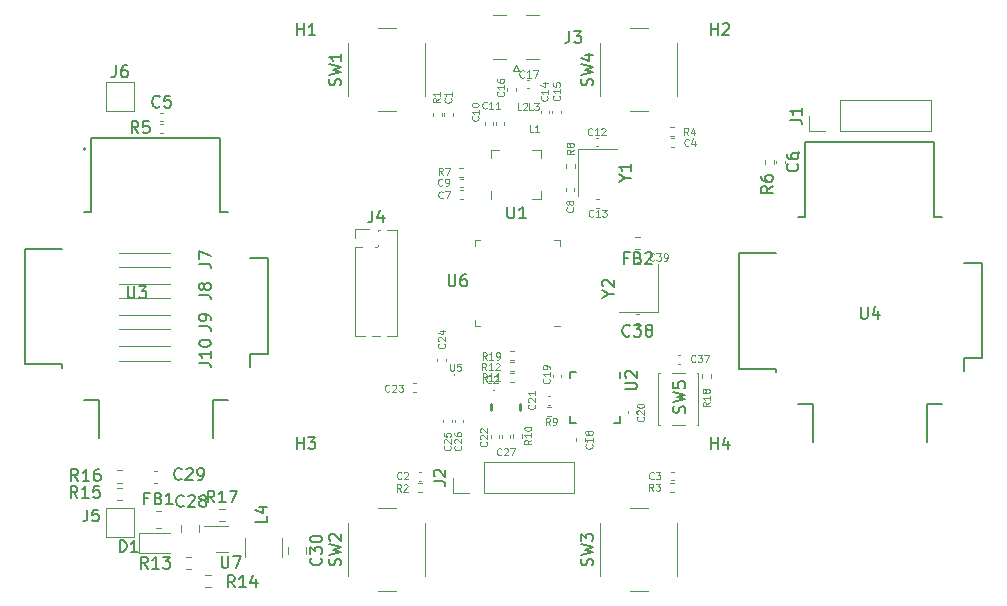
<source format=gto>
%TF.GenerationSoftware,KiCad,Pcbnew,(7.0.0)*%
%TF.CreationDate,2023-11-05T00:37:01+05:30*%
%TF.ProjectId,Drone_Controller_2.0,44726f6e-655f-4436-9f6e-74726f6c6c65,rev?*%
%TF.SameCoordinates,Original*%
%TF.FileFunction,Legend,Top*%
%TF.FilePolarity,Positive*%
%FSLAX46Y46*%
G04 Gerber Fmt 4.6, Leading zero omitted, Abs format (unit mm)*
G04 Created by KiCad (PCBNEW (7.0.0)) date 2023-11-05 00:37:01*
%MOMM*%
%LPD*%
G01*
G04 APERTURE LIST*
%ADD10C,0.150000*%
%ADD11C,0.100000*%
%ADD12C,0.120000*%
%ADD13C,0.254000*%
%ADD14C,0.016000*%
%ADD15C,0.127000*%
%ADD16C,0.200000*%
G04 APERTURE END LIST*
D10*
%TO.C,J6*%
X163242666Y-80681380D02*
X163242666Y-81395666D01*
X163242666Y-81395666D02*
X163195047Y-81538523D01*
X163195047Y-81538523D02*
X163099809Y-81633761D01*
X163099809Y-81633761D02*
X162956952Y-81681380D01*
X162956952Y-81681380D02*
X162861714Y-81681380D01*
X164147428Y-80681380D02*
X163956952Y-80681380D01*
X163956952Y-80681380D02*
X163861714Y-80729000D01*
X163861714Y-80729000D02*
X163814095Y-80776619D01*
X163814095Y-80776619D02*
X163718857Y-80919476D01*
X163718857Y-80919476D02*
X163671238Y-81109952D01*
X163671238Y-81109952D02*
X163671238Y-81490904D01*
X163671238Y-81490904D02*
X163718857Y-81586142D01*
X163718857Y-81586142D02*
X163766476Y-81633761D01*
X163766476Y-81633761D02*
X163861714Y-81681380D01*
X163861714Y-81681380D02*
X164052190Y-81681380D01*
X164052190Y-81681380D02*
X164147428Y-81633761D01*
X164147428Y-81633761D02*
X164195047Y-81586142D01*
X164195047Y-81586142D02*
X164242666Y-81490904D01*
X164242666Y-81490904D02*
X164242666Y-81252809D01*
X164242666Y-81252809D02*
X164195047Y-81157571D01*
X164195047Y-81157571D02*
X164147428Y-81109952D01*
X164147428Y-81109952D02*
X164052190Y-81062333D01*
X164052190Y-81062333D02*
X163861714Y-81062333D01*
X163861714Y-81062333D02*
X163766476Y-81109952D01*
X163766476Y-81109952D02*
X163718857Y-81157571D01*
X163718857Y-81157571D02*
X163671238Y-81252809D01*
%TO.C,J7*%
X170277380Y-97462933D02*
X170991666Y-97462933D01*
X170991666Y-97462933D02*
X171134523Y-97510552D01*
X171134523Y-97510552D02*
X171229761Y-97605790D01*
X171229761Y-97605790D02*
X171277380Y-97748647D01*
X171277380Y-97748647D02*
X171277380Y-97843885D01*
X170277380Y-97081980D02*
X170277380Y-96415314D01*
X170277380Y-96415314D02*
X171277380Y-96843885D01*
%TO.C,H1*%
X178562095Y-78101380D02*
X178562095Y-77101380D01*
X178562095Y-77577571D02*
X179133523Y-77577571D01*
X179133523Y-78101380D02*
X179133523Y-77101380D01*
X180133523Y-78101380D02*
X179562095Y-78101380D01*
X179847809Y-78101380D02*
X179847809Y-77101380D01*
X179847809Y-77101380D02*
X179752571Y-77244238D01*
X179752571Y-77244238D02*
X179657333Y-77339476D01*
X179657333Y-77339476D02*
X179562095Y-77387095D01*
D11*
%TO.C,C10*%
X193914485Y-84993114D02*
X193943057Y-85021686D01*
X193943057Y-85021686D02*
X193971628Y-85107400D01*
X193971628Y-85107400D02*
X193971628Y-85164543D01*
X193971628Y-85164543D02*
X193943057Y-85250257D01*
X193943057Y-85250257D02*
X193885914Y-85307400D01*
X193885914Y-85307400D02*
X193828771Y-85335971D01*
X193828771Y-85335971D02*
X193714485Y-85364543D01*
X193714485Y-85364543D02*
X193628771Y-85364543D01*
X193628771Y-85364543D02*
X193514485Y-85335971D01*
X193514485Y-85335971D02*
X193457342Y-85307400D01*
X193457342Y-85307400D02*
X193400200Y-85250257D01*
X193400200Y-85250257D02*
X193371628Y-85164543D01*
X193371628Y-85164543D02*
X193371628Y-85107400D01*
X193371628Y-85107400D02*
X193400200Y-85021686D01*
X193400200Y-85021686D02*
X193428771Y-84993114D01*
X193971628Y-84421686D02*
X193971628Y-84764543D01*
X193971628Y-84593114D02*
X193371628Y-84593114D01*
X193371628Y-84593114D02*
X193457342Y-84650257D01*
X193457342Y-84650257D02*
X193514485Y-84707400D01*
X193514485Y-84707400D02*
X193543057Y-84764543D01*
X193371628Y-84050257D02*
X193371628Y-83993114D01*
X193371628Y-83993114D02*
X193400200Y-83935971D01*
X193400200Y-83935971D02*
X193428771Y-83907400D01*
X193428771Y-83907400D02*
X193485914Y-83878828D01*
X193485914Y-83878828D02*
X193600200Y-83850257D01*
X193600200Y-83850257D02*
X193743057Y-83850257D01*
X193743057Y-83850257D02*
X193857342Y-83878828D01*
X193857342Y-83878828D02*
X193914485Y-83907400D01*
X193914485Y-83907400D02*
X193943057Y-83935971D01*
X193943057Y-83935971D02*
X193971628Y-83993114D01*
X193971628Y-83993114D02*
X193971628Y-84050257D01*
X193971628Y-84050257D02*
X193943057Y-84107400D01*
X193943057Y-84107400D02*
X193914485Y-84135971D01*
X193914485Y-84135971D02*
X193857342Y-84164542D01*
X193857342Y-84164542D02*
X193743057Y-84193114D01*
X193743057Y-84193114D02*
X193600200Y-84193114D01*
X193600200Y-84193114D02*
X193485914Y-84164542D01*
X193485914Y-84164542D02*
X193428771Y-84135971D01*
X193428771Y-84135971D02*
X193400200Y-84107400D01*
X193400200Y-84107400D02*
X193371628Y-84050257D01*
%TO.C,C7*%
X190913200Y-91882685D02*
X190884628Y-91911257D01*
X190884628Y-91911257D02*
X190798914Y-91939828D01*
X190798914Y-91939828D02*
X190741771Y-91939828D01*
X190741771Y-91939828D02*
X190656057Y-91911257D01*
X190656057Y-91911257D02*
X190598914Y-91854114D01*
X190598914Y-91854114D02*
X190570343Y-91796971D01*
X190570343Y-91796971D02*
X190541771Y-91682685D01*
X190541771Y-91682685D02*
X190541771Y-91596971D01*
X190541771Y-91596971D02*
X190570343Y-91482685D01*
X190570343Y-91482685D02*
X190598914Y-91425542D01*
X190598914Y-91425542D02*
X190656057Y-91368400D01*
X190656057Y-91368400D02*
X190741771Y-91339828D01*
X190741771Y-91339828D02*
X190798914Y-91339828D01*
X190798914Y-91339828D02*
X190884628Y-91368400D01*
X190884628Y-91368400D02*
X190913200Y-91396971D01*
X191113200Y-91339828D02*
X191513200Y-91339828D01*
X191513200Y-91339828D02*
X191256057Y-91939828D01*
%TO.C,R12*%
X194584685Y-106494028D02*
X194384685Y-106208314D01*
X194241828Y-106494028D02*
X194241828Y-105894028D01*
X194241828Y-105894028D02*
X194470399Y-105894028D01*
X194470399Y-105894028D02*
X194527542Y-105922600D01*
X194527542Y-105922600D02*
X194556113Y-105951171D01*
X194556113Y-105951171D02*
X194584685Y-106008314D01*
X194584685Y-106008314D02*
X194584685Y-106094028D01*
X194584685Y-106094028D02*
X194556113Y-106151171D01*
X194556113Y-106151171D02*
X194527542Y-106179742D01*
X194527542Y-106179742D02*
X194470399Y-106208314D01*
X194470399Y-106208314D02*
X194241828Y-106208314D01*
X195156113Y-106494028D02*
X194813256Y-106494028D01*
X194984685Y-106494028D02*
X194984685Y-105894028D01*
X194984685Y-105894028D02*
X194927542Y-105979742D01*
X194927542Y-105979742D02*
X194870399Y-106036885D01*
X194870399Y-106036885D02*
X194813256Y-106065457D01*
X195384685Y-105951171D02*
X195413257Y-105922600D01*
X195413257Y-105922600D02*
X195470400Y-105894028D01*
X195470400Y-105894028D02*
X195613257Y-105894028D01*
X195613257Y-105894028D02*
X195670400Y-105922600D01*
X195670400Y-105922600D02*
X195698971Y-105951171D01*
X195698971Y-105951171D02*
X195727542Y-106008314D01*
X195727542Y-106008314D02*
X195727542Y-106065457D01*
X195727542Y-106065457D02*
X195698971Y-106151171D01*
X195698971Y-106151171D02*
X195356114Y-106494028D01*
X195356114Y-106494028D02*
X195727542Y-106494028D01*
D10*
%TO.C,C6*%
X220938942Y-89011866D02*
X220986561Y-89059485D01*
X220986561Y-89059485D02*
X221034180Y-89202342D01*
X221034180Y-89202342D02*
X221034180Y-89297580D01*
X221034180Y-89297580D02*
X220986561Y-89440437D01*
X220986561Y-89440437D02*
X220891323Y-89535675D01*
X220891323Y-89535675D02*
X220796085Y-89583294D01*
X220796085Y-89583294D02*
X220605609Y-89630913D01*
X220605609Y-89630913D02*
X220462752Y-89630913D01*
X220462752Y-89630913D02*
X220272276Y-89583294D01*
X220272276Y-89583294D02*
X220177038Y-89535675D01*
X220177038Y-89535675D02*
X220081800Y-89440437D01*
X220081800Y-89440437D02*
X220034180Y-89297580D01*
X220034180Y-89297580D02*
X220034180Y-89202342D01*
X220034180Y-89202342D02*
X220081800Y-89059485D01*
X220081800Y-89059485D02*
X220129419Y-89011866D01*
X220034180Y-88154723D02*
X220034180Y-88345199D01*
X220034180Y-88345199D02*
X220081800Y-88440437D01*
X220081800Y-88440437D02*
X220129419Y-88488056D01*
X220129419Y-88488056D02*
X220272276Y-88583294D01*
X220272276Y-88583294D02*
X220462752Y-88630913D01*
X220462752Y-88630913D02*
X220843704Y-88630913D01*
X220843704Y-88630913D02*
X220938942Y-88583294D01*
X220938942Y-88583294D02*
X220986561Y-88535675D01*
X220986561Y-88535675D02*
X221034180Y-88440437D01*
X221034180Y-88440437D02*
X221034180Y-88249961D01*
X221034180Y-88249961D02*
X220986561Y-88154723D01*
X220986561Y-88154723D02*
X220938942Y-88107104D01*
X220938942Y-88107104D02*
X220843704Y-88059485D01*
X220843704Y-88059485D02*
X220605609Y-88059485D01*
X220605609Y-88059485D02*
X220510371Y-88107104D01*
X220510371Y-88107104D02*
X220462752Y-88154723D01*
X220462752Y-88154723D02*
X220415133Y-88249961D01*
X220415133Y-88249961D02*
X220415133Y-88440437D01*
X220415133Y-88440437D02*
X220462752Y-88535675D01*
X220462752Y-88535675D02*
X220510371Y-88583294D01*
X220510371Y-88583294D02*
X220605609Y-88630913D01*
%TO.C,C28*%
X168978342Y-117950342D02*
X168930723Y-117997961D01*
X168930723Y-117997961D02*
X168787866Y-118045580D01*
X168787866Y-118045580D02*
X168692628Y-118045580D01*
X168692628Y-118045580D02*
X168549771Y-117997961D01*
X168549771Y-117997961D02*
X168454533Y-117902723D01*
X168454533Y-117902723D02*
X168406914Y-117807485D01*
X168406914Y-117807485D02*
X168359295Y-117617009D01*
X168359295Y-117617009D02*
X168359295Y-117474152D01*
X168359295Y-117474152D02*
X168406914Y-117283676D01*
X168406914Y-117283676D02*
X168454533Y-117188438D01*
X168454533Y-117188438D02*
X168549771Y-117093200D01*
X168549771Y-117093200D02*
X168692628Y-117045580D01*
X168692628Y-117045580D02*
X168787866Y-117045580D01*
X168787866Y-117045580D02*
X168930723Y-117093200D01*
X168930723Y-117093200D02*
X168978342Y-117140819D01*
X169359295Y-117140819D02*
X169406914Y-117093200D01*
X169406914Y-117093200D02*
X169502152Y-117045580D01*
X169502152Y-117045580D02*
X169740247Y-117045580D01*
X169740247Y-117045580D02*
X169835485Y-117093200D01*
X169835485Y-117093200D02*
X169883104Y-117140819D01*
X169883104Y-117140819D02*
X169930723Y-117236057D01*
X169930723Y-117236057D02*
X169930723Y-117331295D01*
X169930723Y-117331295D02*
X169883104Y-117474152D01*
X169883104Y-117474152D02*
X169311676Y-118045580D01*
X169311676Y-118045580D02*
X169930723Y-118045580D01*
X170502152Y-117474152D02*
X170406914Y-117426533D01*
X170406914Y-117426533D02*
X170359295Y-117378914D01*
X170359295Y-117378914D02*
X170311676Y-117283676D01*
X170311676Y-117283676D02*
X170311676Y-117236057D01*
X170311676Y-117236057D02*
X170359295Y-117140819D01*
X170359295Y-117140819D02*
X170406914Y-117093200D01*
X170406914Y-117093200D02*
X170502152Y-117045580D01*
X170502152Y-117045580D02*
X170692628Y-117045580D01*
X170692628Y-117045580D02*
X170787866Y-117093200D01*
X170787866Y-117093200D02*
X170835485Y-117140819D01*
X170835485Y-117140819D02*
X170883104Y-117236057D01*
X170883104Y-117236057D02*
X170883104Y-117283676D01*
X170883104Y-117283676D02*
X170835485Y-117378914D01*
X170835485Y-117378914D02*
X170787866Y-117426533D01*
X170787866Y-117426533D02*
X170692628Y-117474152D01*
X170692628Y-117474152D02*
X170502152Y-117474152D01*
X170502152Y-117474152D02*
X170406914Y-117521771D01*
X170406914Y-117521771D02*
X170359295Y-117569390D01*
X170359295Y-117569390D02*
X170311676Y-117664628D01*
X170311676Y-117664628D02*
X170311676Y-117855104D01*
X170311676Y-117855104D02*
X170359295Y-117950342D01*
X170359295Y-117950342D02*
X170406914Y-117997961D01*
X170406914Y-117997961D02*
X170502152Y-118045580D01*
X170502152Y-118045580D02*
X170692628Y-118045580D01*
X170692628Y-118045580D02*
X170787866Y-117997961D01*
X170787866Y-117997961D02*
X170835485Y-117950342D01*
X170835485Y-117950342D02*
X170883104Y-117855104D01*
X170883104Y-117855104D02*
X170883104Y-117664628D01*
X170883104Y-117664628D02*
X170835485Y-117569390D01*
X170835485Y-117569390D02*
X170787866Y-117521771D01*
X170787866Y-117521771D02*
X170692628Y-117474152D01*
%TO.C,R6*%
X218858180Y-90891466D02*
X218381990Y-91224799D01*
X218858180Y-91462894D02*
X217858180Y-91462894D01*
X217858180Y-91462894D02*
X217858180Y-91081942D01*
X217858180Y-91081942D02*
X217905800Y-90986704D01*
X217905800Y-90986704D02*
X217953419Y-90939085D01*
X217953419Y-90939085D02*
X218048657Y-90891466D01*
X218048657Y-90891466D02*
X218191514Y-90891466D01*
X218191514Y-90891466D02*
X218286752Y-90939085D01*
X218286752Y-90939085D02*
X218334371Y-90986704D01*
X218334371Y-90986704D02*
X218381990Y-91081942D01*
X218381990Y-91081942D02*
X218381990Y-91462894D01*
X217858180Y-90034323D02*
X217858180Y-90224799D01*
X217858180Y-90224799D02*
X217905800Y-90320037D01*
X217905800Y-90320037D02*
X217953419Y-90367656D01*
X217953419Y-90367656D02*
X218096276Y-90462894D01*
X218096276Y-90462894D02*
X218286752Y-90510513D01*
X218286752Y-90510513D02*
X218667704Y-90510513D01*
X218667704Y-90510513D02*
X218762942Y-90462894D01*
X218762942Y-90462894D02*
X218810561Y-90415275D01*
X218810561Y-90415275D02*
X218858180Y-90320037D01*
X218858180Y-90320037D02*
X218858180Y-90129561D01*
X218858180Y-90129561D02*
X218810561Y-90034323D01*
X218810561Y-90034323D02*
X218762942Y-89986704D01*
X218762942Y-89986704D02*
X218667704Y-89939085D01*
X218667704Y-89939085D02*
X218429609Y-89939085D01*
X218429609Y-89939085D02*
X218334371Y-89986704D01*
X218334371Y-89986704D02*
X218286752Y-90034323D01*
X218286752Y-90034323D02*
X218239133Y-90129561D01*
X218239133Y-90129561D02*
X218239133Y-90320037D01*
X218239133Y-90320037D02*
X218286752Y-90415275D01*
X218286752Y-90415275D02*
X218334371Y-90462894D01*
X218334371Y-90462894D02*
X218429609Y-90510513D01*
D11*
%TO.C,R3*%
X208738800Y-116679428D02*
X208538800Y-116393714D01*
X208395943Y-116679428D02*
X208395943Y-116079428D01*
X208395943Y-116079428D02*
X208624514Y-116079428D01*
X208624514Y-116079428D02*
X208681657Y-116108000D01*
X208681657Y-116108000D02*
X208710228Y-116136571D01*
X208710228Y-116136571D02*
X208738800Y-116193714D01*
X208738800Y-116193714D02*
X208738800Y-116279428D01*
X208738800Y-116279428D02*
X208710228Y-116336571D01*
X208710228Y-116336571D02*
X208681657Y-116365142D01*
X208681657Y-116365142D02*
X208624514Y-116393714D01*
X208624514Y-116393714D02*
X208395943Y-116393714D01*
X208938800Y-116079428D02*
X209310228Y-116079428D01*
X209310228Y-116079428D02*
X209110228Y-116308000D01*
X209110228Y-116308000D02*
X209195943Y-116308000D01*
X209195943Y-116308000D02*
X209253086Y-116336571D01*
X209253086Y-116336571D02*
X209281657Y-116365142D01*
X209281657Y-116365142D02*
X209310228Y-116422285D01*
X209310228Y-116422285D02*
X209310228Y-116565142D01*
X209310228Y-116565142D02*
X209281657Y-116622285D01*
X209281657Y-116622285D02*
X209253086Y-116650857D01*
X209253086Y-116650857D02*
X209195943Y-116679428D01*
X209195943Y-116679428D02*
X209024514Y-116679428D01*
X209024514Y-116679428D02*
X208967371Y-116650857D01*
X208967371Y-116650857D02*
X208938800Y-116622285D01*
%TO.C,R7*%
X190908000Y-89933228D02*
X190708000Y-89647514D01*
X190565143Y-89933228D02*
X190565143Y-89333228D01*
X190565143Y-89333228D02*
X190793714Y-89333228D01*
X190793714Y-89333228D02*
X190850857Y-89361800D01*
X190850857Y-89361800D02*
X190879428Y-89390371D01*
X190879428Y-89390371D02*
X190908000Y-89447514D01*
X190908000Y-89447514D02*
X190908000Y-89533228D01*
X190908000Y-89533228D02*
X190879428Y-89590371D01*
X190879428Y-89590371D02*
X190850857Y-89618942D01*
X190850857Y-89618942D02*
X190793714Y-89647514D01*
X190793714Y-89647514D02*
X190565143Y-89647514D01*
X191108000Y-89333228D02*
X191508000Y-89333228D01*
X191508000Y-89333228D02*
X191250857Y-89933228D01*
%TO.C,R18*%
X213521428Y-109207114D02*
X213235714Y-109407114D01*
X213521428Y-109549971D02*
X212921428Y-109549971D01*
X212921428Y-109549971D02*
X212921428Y-109321400D01*
X212921428Y-109321400D02*
X212950000Y-109264257D01*
X212950000Y-109264257D02*
X212978571Y-109235686D01*
X212978571Y-109235686D02*
X213035714Y-109207114D01*
X213035714Y-109207114D02*
X213121428Y-109207114D01*
X213121428Y-109207114D02*
X213178571Y-109235686D01*
X213178571Y-109235686D02*
X213207142Y-109264257D01*
X213207142Y-109264257D02*
X213235714Y-109321400D01*
X213235714Y-109321400D02*
X213235714Y-109549971D01*
X213521428Y-108635686D02*
X213521428Y-108978543D01*
X213521428Y-108807114D02*
X212921428Y-108807114D01*
X212921428Y-108807114D02*
X213007142Y-108864257D01*
X213007142Y-108864257D02*
X213064285Y-108921400D01*
X213064285Y-108921400D02*
X213092857Y-108978543D01*
X213178571Y-108292828D02*
X213150000Y-108349971D01*
X213150000Y-108349971D02*
X213121428Y-108378542D01*
X213121428Y-108378542D02*
X213064285Y-108407114D01*
X213064285Y-108407114D02*
X213035714Y-108407114D01*
X213035714Y-108407114D02*
X212978571Y-108378542D01*
X212978571Y-108378542D02*
X212950000Y-108349971D01*
X212950000Y-108349971D02*
X212921428Y-108292828D01*
X212921428Y-108292828D02*
X212921428Y-108178542D01*
X212921428Y-108178542D02*
X212950000Y-108121400D01*
X212950000Y-108121400D02*
X212978571Y-108092828D01*
X212978571Y-108092828D02*
X213035714Y-108064257D01*
X213035714Y-108064257D02*
X213064285Y-108064257D01*
X213064285Y-108064257D02*
X213121428Y-108092828D01*
X213121428Y-108092828D02*
X213150000Y-108121400D01*
X213150000Y-108121400D02*
X213178571Y-108178542D01*
X213178571Y-108178542D02*
X213178571Y-108292828D01*
X213178571Y-108292828D02*
X213207142Y-108349971D01*
X213207142Y-108349971D02*
X213235714Y-108378542D01*
X213235714Y-108378542D02*
X213292857Y-108407114D01*
X213292857Y-108407114D02*
X213407142Y-108407114D01*
X213407142Y-108407114D02*
X213464285Y-108378542D01*
X213464285Y-108378542D02*
X213492857Y-108349971D01*
X213492857Y-108349971D02*
X213521428Y-108292828D01*
X213521428Y-108292828D02*
X213521428Y-108178542D01*
X213521428Y-108178542D02*
X213492857Y-108121400D01*
X213492857Y-108121400D02*
X213464285Y-108092828D01*
X213464285Y-108092828D02*
X213407142Y-108064257D01*
X213407142Y-108064257D02*
X213292857Y-108064257D01*
X213292857Y-108064257D02*
X213235714Y-108092828D01*
X213235714Y-108092828D02*
X213207142Y-108121400D01*
X213207142Y-108121400D02*
X213178571Y-108178542D01*
D10*
%TO.C,SW2*%
X182251761Y-122999332D02*
X182299380Y-122856475D01*
X182299380Y-122856475D02*
X182299380Y-122618380D01*
X182299380Y-122618380D02*
X182251761Y-122523142D01*
X182251761Y-122523142D02*
X182204142Y-122475523D01*
X182204142Y-122475523D02*
X182108904Y-122427904D01*
X182108904Y-122427904D02*
X182013666Y-122427904D01*
X182013666Y-122427904D02*
X181918428Y-122475523D01*
X181918428Y-122475523D02*
X181870809Y-122523142D01*
X181870809Y-122523142D02*
X181823190Y-122618380D01*
X181823190Y-122618380D02*
X181775571Y-122808856D01*
X181775571Y-122808856D02*
X181727952Y-122904094D01*
X181727952Y-122904094D02*
X181680333Y-122951713D01*
X181680333Y-122951713D02*
X181585095Y-122999332D01*
X181585095Y-122999332D02*
X181489857Y-122999332D01*
X181489857Y-122999332D02*
X181394619Y-122951713D01*
X181394619Y-122951713D02*
X181347000Y-122904094D01*
X181347000Y-122904094D02*
X181299380Y-122808856D01*
X181299380Y-122808856D02*
X181299380Y-122570761D01*
X181299380Y-122570761D02*
X181347000Y-122427904D01*
X181299380Y-122094570D02*
X182299380Y-121856475D01*
X182299380Y-121856475D02*
X181585095Y-121665999D01*
X181585095Y-121665999D02*
X182299380Y-121475523D01*
X182299380Y-121475523D02*
X181299380Y-121237428D01*
X181394619Y-120904094D02*
X181347000Y-120856475D01*
X181347000Y-120856475D02*
X181299380Y-120761237D01*
X181299380Y-120761237D02*
X181299380Y-120523142D01*
X181299380Y-120523142D02*
X181347000Y-120427904D01*
X181347000Y-120427904D02*
X181394619Y-120380285D01*
X181394619Y-120380285D02*
X181489857Y-120332666D01*
X181489857Y-120332666D02*
X181585095Y-120332666D01*
X181585095Y-120332666D02*
X181727952Y-120380285D01*
X181727952Y-120380285D02*
X182299380Y-120951713D01*
X182299380Y-120951713D02*
X182299380Y-120332666D01*
%TO.C,J10*%
X170277380Y-105863923D02*
X170991666Y-105863923D01*
X170991666Y-105863923D02*
X171134523Y-105911542D01*
X171134523Y-105911542D02*
X171229761Y-106006780D01*
X171229761Y-106006780D02*
X171277380Y-106149637D01*
X171277380Y-106149637D02*
X171277380Y-106244875D01*
X171277380Y-104863923D02*
X171277380Y-105435351D01*
X171277380Y-105149637D02*
X170277380Y-105149637D01*
X170277380Y-105149637D02*
X170420238Y-105244875D01*
X170420238Y-105244875D02*
X170515476Y-105340113D01*
X170515476Y-105340113D02*
X170563095Y-105435351D01*
X170277380Y-104244875D02*
X170277380Y-104149637D01*
X170277380Y-104149637D02*
X170325000Y-104054399D01*
X170325000Y-104054399D02*
X170372619Y-104006780D01*
X170372619Y-104006780D02*
X170467857Y-103959161D01*
X170467857Y-103959161D02*
X170658333Y-103911542D01*
X170658333Y-103911542D02*
X170896428Y-103911542D01*
X170896428Y-103911542D02*
X171086904Y-103959161D01*
X171086904Y-103959161D02*
X171182142Y-104006780D01*
X171182142Y-104006780D02*
X171229761Y-104054399D01*
X171229761Y-104054399D02*
X171277380Y-104149637D01*
X171277380Y-104149637D02*
X171277380Y-104244875D01*
X171277380Y-104244875D02*
X171229761Y-104340113D01*
X171229761Y-104340113D02*
X171182142Y-104387732D01*
X171182142Y-104387732D02*
X171086904Y-104435351D01*
X171086904Y-104435351D02*
X170896428Y-104482970D01*
X170896428Y-104482970D02*
X170658333Y-104482970D01*
X170658333Y-104482970D02*
X170467857Y-104435351D01*
X170467857Y-104435351D02*
X170372619Y-104387732D01*
X170372619Y-104387732D02*
X170325000Y-104340113D01*
X170325000Y-104340113D02*
X170277380Y-104244875D01*
%TO.C,J9*%
X170277380Y-102746133D02*
X170991666Y-102746133D01*
X170991666Y-102746133D02*
X171134523Y-102793752D01*
X171134523Y-102793752D02*
X171229761Y-102888990D01*
X171229761Y-102888990D02*
X171277380Y-103031847D01*
X171277380Y-103031847D02*
X171277380Y-103127085D01*
X171277380Y-102222323D02*
X171277380Y-102031847D01*
X171277380Y-102031847D02*
X171229761Y-101936609D01*
X171229761Y-101936609D02*
X171182142Y-101888990D01*
X171182142Y-101888990D02*
X171039285Y-101793752D01*
X171039285Y-101793752D02*
X170848809Y-101746133D01*
X170848809Y-101746133D02*
X170467857Y-101746133D01*
X170467857Y-101746133D02*
X170372619Y-101793752D01*
X170372619Y-101793752D02*
X170325000Y-101841371D01*
X170325000Y-101841371D02*
X170277380Y-101936609D01*
X170277380Y-101936609D02*
X170277380Y-102127085D01*
X170277380Y-102127085D02*
X170325000Y-102222323D01*
X170325000Y-102222323D02*
X170372619Y-102269942D01*
X170372619Y-102269942D02*
X170467857Y-102317561D01*
X170467857Y-102317561D02*
X170705952Y-102317561D01*
X170705952Y-102317561D02*
X170801190Y-102269942D01*
X170801190Y-102269942D02*
X170848809Y-102222323D01*
X170848809Y-102222323D02*
X170896428Y-102127085D01*
X170896428Y-102127085D02*
X170896428Y-101936609D01*
X170896428Y-101936609D02*
X170848809Y-101841371D01*
X170848809Y-101841371D02*
X170801190Y-101793752D01*
X170801190Y-101793752D02*
X170705952Y-101746133D01*
D11*
%TO.C,C19*%
X199908885Y-107218114D02*
X199937457Y-107246686D01*
X199937457Y-107246686D02*
X199966028Y-107332400D01*
X199966028Y-107332400D02*
X199966028Y-107389543D01*
X199966028Y-107389543D02*
X199937457Y-107475257D01*
X199937457Y-107475257D02*
X199880314Y-107532400D01*
X199880314Y-107532400D02*
X199823171Y-107560971D01*
X199823171Y-107560971D02*
X199708885Y-107589543D01*
X199708885Y-107589543D02*
X199623171Y-107589543D01*
X199623171Y-107589543D02*
X199508885Y-107560971D01*
X199508885Y-107560971D02*
X199451742Y-107532400D01*
X199451742Y-107532400D02*
X199394600Y-107475257D01*
X199394600Y-107475257D02*
X199366028Y-107389543D01*
X199366028Y-107389543D02*
X199366028Y-107332400D01*
X199366028Y-107332400D02*
X199394600Y-107246686D01*
X199394600Y-107246686D02*
X199423171Y-107218114D01*
X199966028Y-106646686D02*
X199966028Y-106989543D01*
X199966028Y-106818114D02*
X199366028Y-106818114D01*
X199366028Y-106818114D02*
X199451742Y-106875257D01*
X199451742Y-106875257D02*
X199508885Y-106932400D01*
X199508885Y-106932400D02*
X199537457Y-106989543D01*
X199966028Y-106360971D02*
X199966028Y-106246685D01*
X199966028Y-106246685D02*
X199937457Y-106189542D01*
X199937457Y-106189542D02*
X199908885Y-106160971D01*
X199908885Y-106160971D02*
X199823171Y-106103828D01*
X199823171Y-106103828D02*
X199708885Y-106075257D01*
X199708885Y-106075257D02*
X199480314Y-106075257D01*
X199480314Y-106075257D02*
X199423171Y-106103828D01*
X199423171Y-106103828D02*
X199394600Y-106132400D01*
X199394600Y-106132400D02*
X199366028Y-106189542D01*
X199366028Y-106189542D02*
X199366028Y-106303828D01*
X199366028Y-106303828D02*
X199394600Y-106360971D01*
X199394600Y-106360971D02*
X199423171Y-106389542D01*
X199423171Y-106389542D02*
X199480314Y-106418114D01*
X199480314Y-106418114D02*
X199623171Y-106418114D01*
X199623171Y-106418114D02*
X199680314Y-106389542D01*
X199680314Y-106389542D02*
X199708885Y-106360971D01*
X199708885Y-106360971D02*
X199737457Y-106303828D01*
X199737457Y-106303828D02*
X199737457Y-106189542D01*
X199737457Y-106189542D02*
X199708885Y-106132400D01*
X199708885Y-106132400D02*
X199680314Y-106103828D01*
X199680314Y-106103828D02*
X199623171Y-106075257D01*
%TO.C,C26*%
X192441285Y-112884914D02*
X192469857Y-112913486D01*
X192469857Y-112913486D02*
X192498428Y-112999200D01*
X192498428Y-112999200D02*
X192498428Y-113056343D01*
X192498428Y-113056343D02*
X192469857Y-113142057D01*
X192469857Y-113142057D02*
X192412714Y-113199200D01*
X192412714Y-113199200D02*
X192355571Y-113227771D01*
X192355571Y-113227771D02*
X192241285Y-113256343D01*
X192241285Y-113256343D02*
X192155571Y-113256343D01*
X192155571Y-113256343D02*
X192041285Y-113227771D01*
X192041285Y-113227771D02*
X191984142Y-113199200D01*
X191984142Y-113199200D02*
X191927000Y-113142057D01*
X191927000Y-113142057D02*
X191898428Y-113056343D01*
X191898428Y-113056343D02*
X191898428Y-112999200D01*
X191898428Y-112999200D02*
X191927000Y-112913486D01*
X191927000Y-112913486D02*
X191955571Y-112884914D01*
X191955571Y-112656343D02*
X191927000Y-112627771D01*
X191927000Y-112627771D02*
X191898428Y-112570629D01*
X191898428Y-112570629D02*
X191898428Y-112427771D01*
X191898428Y-112427771D02*
X191927000Y-112370629D01*
X191927000Y-112370629D02*
X191955571Y-112342057D01*
X191955571Y-112342057D02*
X192012714Y-112313486D01*
X192012714Y-112313486D02*
X192069857Y-112313486D01*
X192069857Y-112313486D02*
X192155571Y-112342057D01*
X192155571Y-112342057D02*
X192498428Y-112684914D01*
X192498428Y-112684914D02*
X192498428Y-112313486D01*
X191898428Y-111799200D02*
X191898428Y-111913485D01*
X191898428Y-111913485D02*
X191927000Y-111970628D01*
X191927000Y-111970628D02*
X191955571Y-111999200D01*
X191955571Y-111999200D02*
X192041285Y-112056342D01*
X192041285Y-112056342D02*
X192155571Y-112084914D01*
X192155571Y-112084914D02*
X192384142Y-112084914D01*
X192384142Y-112084914D02*
X192441285Y-112056342D01*
X192441285Y-112056342D02*
X192469857Y-112027771D01*
X192469857Y-112027771D02*
X192498428Y-111970628D01*
X192498428Y-111970628D02*
X192498428Y-111856342D01*
X192498428Y-111856342D02*
X192469857Y-111799200D01*
X192469857Y-111799200D02*
X192441285Y-111770628D01*
X192441285Y-111770628D02*
X192384142Y-111742057D01*
X192384142Y-111742057D02*
X192241285Y-111742057D01*
X192241285Y-111742057D02*
X192184142Y-111770628D01*
X192184142Y-111770628D02*
X192155571Y-111799200D01*
X192155571Y-111799200D02*
X192127000Y-111856342D01*
X192127000Y-111856342D02*
X192127000Y-111970628D01*
X192127000Y-111970628D02*
X192155571Y-112027771D01*
X192155571Y-112027771D02*
X192184142Y-112056342D01*
X192184142Y-112056342D02*
X192241285Y-112084914D01*
%TO.C,C22*%
X194600285Y-112550114D02*
X194628857Y-112578686D01*
X194628857Y-112578686D02*
X194657428Y-112664400D01*
X194657428Y-112664400D02*
X194657428Y-112721543D01*
X194657428Y-112721543D02*
X194628857Y-112807257D01*
X194628857Y-112807257D02*
X194571714Y-112864400D01*
X194571714Y-112864400D02*
X194514571Y-112892971D01*
X194514571Y-112892971D02*
X194400285Y-112921543D01*
X194400285Y-112921543D02*
X194314571Y-112921543D01*
X194314571Y-112921543D02*
X194200285Y-112892971D01*
X194200285Y-112892971D02*
X194143142Y-112864400D01*
X194143142Y-112864400D02*
X194086000Y-112807257D01*
X194086000Y-112807257D02*
X194057428Y-112721543D01*
X194057428Y-112721543D02*
X194057428Y-112664400D01*
X194057428Y-112664400D02*
X194086000Y-112578686D01*
X194086000Y-112578686D02*
X194114571Y-112550114D01*
X194114571Y-112321543D02*
X194086000Y-112292971D01*
X194086000Y-112292971D02*
X194057428Y-112235829D01*
X194057428Y-112235829D02*
X194057428Y-112092971D01*
X194057428Y-112092971D02*
X194086000Y-112035829D01*
X194086000Y-112035829D02*
X194114571Y-112007257D01*
X194114571Y-112007257D02*
X194171714Y-111978686D01*
X194171714Y-111978686D02*
X194228857Y-111978686D01*
X194228857Y-111978686D02*
X194314571Y-112007257D01*
X194314571Y-112007257D02*
X194657428Y-112350114D01*
X194657428Y-112350114D02*
X194657428Y-111978686D01*
X194114571Y-111750114D02*
X194086000Y-111721542D01*
X194086000Y-111721542D02*
X194057428Y-111664400D01*
X194057428Y-111664400D02*
X194057428Y-111521542D01*
X194057428Y-111521542D02*
X194086000Y-111464400D01*
X194086000Y-111464400D02*
X194114571Y-111435828D01*
X194114571Y-111435828D02*
X194171714Y-111407257D01*
X194171714Y-111407257D02*
X194228857Y-111407257D01*
X194228857Y-111407257D02*
X194314571Y-111435828D01*
X194314571Y-111435828D02*
X194657428Y-111778685D01*
X194657428Y-111778685D02*
X194657428Y-111407257D01*
D10*
%TO.C,H4*%
X213614095Y-113153380D02*
X213614095Y-112153380D01*
X213614095Y-112629571D02*
X214185523Y-112629571D01*
X214185523Y-113153380D02*
X214185523Y-112153380D01*
X215090285Y-112486714D02*
X215090285Y-113153380D01*
X214852190Y-112105761D02*
X214614095Y-112820047D01*
X214614095Y-112820047D02*
X215233142Y-112820047D01*
%TO.C,J2*%
X190138180Y-115903333D02*
X190852466Y-115903333D01*
X190852466Y-115903333D02*
X190995323Y-115950952D01*
X190995323Y-115950952D02*
X191090561Y-116046190D01*
X191090561Y-116046190D02*
X191138180Y-116189047D01*
X191138180Y-116189047D02*
X191138180Y-116284285D01*
X190233419Y-115474761D02*
X190185800Y-115427142D01*
X190185800Y-115427142D02*
X190138180Y-115331904D01*
X190138180Y-115331904D02*
X190138180Y-115093809D01*
X190138180Y-115093809D02*
X190185800Y-114998571D01*
X190185800Y-114998571D02*
X190233419Y-114950952D01*
X190233419Y-114950952D02*
X190328657Y-114903333D01*
X190328657Y-114903333D02*
X190423895Y-114903333D01*
X190423895Y-114903333D02*
X190566752Y-114950952D01*
X190566752Y-114950952D02*
X191138180Y-115522380D01*
X191138180Y-115522380D02*
X191138180Y-114903333D01*
D11*
%TO.C,C15*%
X200797885Y-83265914D02*
X200826457Y-83294486D01*
X200826457Y-83294486D02*
X200855028Y-83380200D01*
X200855028Y-83380200D02*
X200855028Y-83437343D01*
X200855028Y-83437343D02*
X200826457Y-83523057D01*
X200826457Y-83523057D02*
X200769314Y-83580200D01*
X200769314Y-83580200D02*
X200712171Y-83608771D01*
X200712171Y-83608771D02*
X200597885Y-83637343D01*
X200597885Y-83637343D02*
X200512171Y-83637343D01*
X200512171Y-83637343D02*
X200397885Y-83608771D01*
X200397885Y-83608771D02*
X200340742Y-83580200D01*
X200340742Y-83580200D02*
X200283600Y-83523057D01*
X200283600Y-83523057D02*
X200255028Y-83437343D01*
X200255028Y-83437343D02*
X200255028Y-83380200D01*
X200255028Y-83380200D02*
X200283600Y-83294486D01*
X200283600Y-83294486D02*
X200312171Y-83265914D01*
X200855028Y-82694486D02*
X200855028Y-83037343D01*
X200855028Y-82865914D02*
X200255028Y-82865914D01*
X200255028Y-82865914D02*
X200340742Y-82923057D01*
X200340742Y-82923057D02*
X200397885Y-82980200D01*
X200397885Y-82980200D02*
X200426457Y-83037343D01*
X200255028Y-82151628D02*
X200255028Y-82437342D01*
X200255028Y-82437342D02*
X200540742Y-82465914D01*
X200540742Y-82465914D02*
X200512171Y-82437342D01*
X200512171Y-82437342D02*
X200483600Y-82380200D01*
X200483600Y-82380200D02*
X200483600Y-82237342D01*
X200483600Y-82237342D02*
X200512171Y-82180200D01*
X200512171Y-82180200D02*
X200540742Y-82151628D01*
X200540742Y-82151628D02*
X200597885Y-82123057D01*
X200597885Y-82123057D02*
X200740742Y-82123057D01*
X200740742Y-82123057D02*
X200797885Y-82151628D01*
X200797885Y-82151628D02*
X200826457Y-82180200D01*
X200826457Y-82180200D02*
X200855028Y-82237342D01*
X200855028Y-82237342D02*
X200855028Y-82380200D01*
X200855028Y-82380200D02*
X200826457Y-82437342D01*
X200826457Y-82437342D02*
X200797885Y-82465914D01*
%TO.C,C14*%
X199756485Y-83291314D02*
X199785057Y-83319886D01*
X199785057Y-83319886D02*
X199813628Y-83405600D01*
X199813628Y-83405600D02*
X199813628Y-83462743D01*
X199813628Y-83462743D02*
X199785057Y-83548457D01*
X199785057Y-83548457D02*
X199727914Y-83605600D01*
X199727914Y-83605600D02*
X199670771Y-83634171D01*
X199670771Y-83634171D02*
X199556485Y-83662743D01*
X199556485Y-83662743D02*
X199470771Y-83662743D01*
X199470771Y-83662743D02*
X199356485Y-83634171D01*
X199356485Y-83634171D02*
X199299342Y-83605600D01*
X199299342Y-83605600D02*
X199242200Y-83548457D01*
X199242200Y-83548457D02*
X199213628Y-83462743D01*
X199213628Y-83462743D02*
X199213628Y-83405600D01*
X199213628Y-83405600D02*
X199242200Y-83319886D01*
X199242200Y-83319886D02*
X199270771Y-83291314D01*
X199813628Y-82719886D02*
X199813628Y-83062743D01*
X199813628Y-82891314D02*
X199213628Y-82891314D01*
X199213628Y-82891314D02*
X199299342Y-82948457D01*
X199299342Y-82948457D02*
X199356485Y-83005600D01*
X199356485Y-83005600D02*
X199385057Y-83062743D01*
X199413628Y-82205600D02*
X199813628Y-82205600D01*
X199185057Y-82348457D02*
X199613628Y-82491314D01*
X199613628Y-82491314D02*
X199613628Y-82119885D01*
%TO.C,C2*%
X187402800Y-115631685D02*
X187374228Y-115660257D01*
X187374228Y-115660257D02*
X187288514Y-115688828D01*
X187288514Y-115688828D02*
X187231371Y-115688828D01*
X187231371Y-115688828D02*
X187145657Y-115660257D01*
X187145657Y-115660257D02*
X187088514Y-115603114D01*
X187088514Y-115603114D02*
X187059943Y-115545971D01*
X187059943Y-115545971D02*
X187031371Y-115431685D01*
X187031371Y-115431685D02*
X187031371Y-115345971D01*
X187031371Y-115345971D02*
X187059943Y-115231685D01*
X187059943Y-115231685D02*
X187088514Y-115174542D01*
X187088514Y-115174542D02*
X187145657Y-115117400D01*
X187145657Y-115117400D02*
X187231371Y-115088828D01*
X187231371Y-115088828D02*
X187288514Y-115088828D01*
X187288514Y-115088828D02*
X187374228Y-115117400D01*
X187374228Y-115117400D02*
X187402800Y-115145971D01*
X187631371Y-115145971D02*
X187659943Y-115117400D01*
X187659943Y-115117400D02*
X187717086Y-115088828D01*
X187717086Y-115088828D02*
X187859943Y-115088828D01*
X187859943Y-115088828D02*
X187917086Y-115117400D01*
X187917086Y-115117400D02*
X187945657Y-115145971D01*
X187945657Y-115145971D02*
X187974228Y-115203114D01*
X187974228Y-115203114D02*
X187974228Y-115260257D01*
X187974228Y-115260257D02*
X187945657Y-115345971D01*
X187945657Y-115345971D02*
X187602800Y-115688828D01*
X187602800Y-115688828D02*
X187974228Y-115688828D01*
D10*
%TO.C,R14*%
X173296342Y-124852780D02*
X172963009Y-124376590D01*
X172724914Y-124852780D02*
X172724914Y-123852780D01*
X172724914Y-123852780D02*
X173105866Y-123852780D01*
X173105866Y-123852780D02*
X173201104Y-123900400D01*
X173201104Y-123900400D02*
X173248723Y-123948019D01*
X173248723Y-123948019D02*
X173296342Y-124043257D01*
X173296342Y-124043257D02*
X173296342Y-124186114D01*
X173296342Y-124186114D02*
X173248723Y-124281352D01*
X173248723Y-124281352D02*
X173201104Y-124328971D01*
X173201104Y-124328971D02*
X173105866Y-124376590D01*
X173105866Y-124376590D02*
X172724914Y-124376590D01*
X174248723Y-124852780D02*
X173677295Y-124852780D01*
X173963009Y-124852780D02*
X173963009Y-123852780D01*
X173963009Y-123852780D02*
X173867771Y-123995638D01*
X173867771Y-123995638D02*
X173772533Y-124090876D01*
X173772533Y-124090876D02*
X173677295Y-124138495D01*
X175105866Y-124186114D02*
X175105866Y-124852780D01*
X174867771Y-123805161D02*
X174629676Y-124519447D01*
X174629676Y-124519447D02*
X175248723Y-124519447D01*
D11*
%TO.C,C9*%
X190887800Y-90815885D02*
X190859228Y-90844457D01*
X190859228Y-90844457D02*
X190773514Y-90873028D01*
X190773514Y-90873028D02*
X190716371Y-90873028D01*
X190716371Y-90873028D02*
X190630657Y-90844457D01*
X190630657Y-90844457D02*
X190573514Y-90787314D01*
X190573514Y-90787314D02*
X190544943Y-90730171D01*
X190544943Y-90730171D02*
X190516371Y-90615885D01*
X190516371Y-90615885D02*
X190516371Y-90530171D01*
X190516371Y-90530171D02*
X190544943Y-90415885D01*
X190544943Y-90415885D02*
X190573514Y-90358742D01*
X190573514Y-90358742D02*
X190630657Y-90301600D01*
X190630657Y-90301600D02*
X190716371Y-90273028D01*
X190716371Y-90273028D02*
X190773514Y-90273028D01*
X190773514Y-90273028D02*
X190859228Y-90301600D01*
X190859228Y-90301600D02*
X190887800Y-90330171D01*
X191173514Y-90873028D02*
X191287800Y-90873028D01*
X191287800Y-90873028D02*
X191344943Y-90844457D01*
X191344943Y-90844457D02*
X191373514Y-90815885D01*
X191373514Y-90815885D02*
X191430657Y-90730171D01*
X191430657Y-90730171D02*
X191459228Y-90615885D01*
X191459228Y-90615885D02*
X191459228Y-90387314D01*
X191459228Y-90387314D02*
X191430657Y-90330171D01*
X191430657Y-90330171D02*
X191402086Y-90301600D01*
X191402086Y-90301600D02*
X191344943Y-90273028D01*
X191344943Y-90273028D02*
X191230657Y-90273028D01*
X191230657Y-90273028D02*
X191173514Y-90301600D01*
X191173514Y-90301600D02*
X191144943Y-90330171D01*
X191144943Y-90330171D02*
X191116371Y-90387314D01*
X191116371Y-90387314D02*
X191116371Y-90530171D01*
X191116371Y-90530171D02*
X191144943Y-90587314D01*
X191144943Y-90587314D02*
X191173514Y-90615885D01*
X191173514Y-90615885D02*
X191230657Y-90644457D01*
X191230657Y-90644457D02*
X191344943Y-90644457D01*
X191344943Y-90644457D02*
X191402086Y-90615885D01*
X191402086Y-90615885D02*
X191430657Y-90587314D01*
X191430657Y-90587314D02*
X191459228Y-90530171D01*
%TO.C,C23*%
X186405885Y-108242885D02*
X186377313Y-108271457D01*
X186377313Y-108271457D02*
X186291599Y-108300028D01*
X186291599Y-108300028D02*
X186234456Y-108300028D01*
X186234456Y-108300028D02*
X186148742Y-108271457D01*
X186148742Y-108271457D02*
X186091599Y-108214314D01*
X186091599Y-108214314D02*
X186063028Y-108157171D01*
X186063028Y-108157171D02*
X186034456Y-108042885D01*
X186034456Y-108042885D02*
X186034456Y-107957171D01*
X186034456Y-107957171D02*
X186063028Y-107842885D01*
X186063028Y-107842885D02*
X186091599Y-107785742D01*
X186091599Y-107785742D02*
X186148742Y-107728600D01*
X186148742Y-107728600D02*
X186234456Y-107700028D01*
X186234456Y-107700028D02*
X186291599Y-107700028D01*
X186291599Y-107700028D02*
X186377313Y-107728600D01*
X186377313Y-107728600D02*
X186405885Y-107757171D01*
X186634456Y-107757171D02*
X186663028Y-107728600D01*
X186663028Y-107728600D02*
X186720171Y-107700028D01*
X186720171Y-107700028D02*
X186863028Y-107700028D01*
X186863028Y-107700028D02*
X186920171Y-107728600D01*
X186920171Y-107728600D02*
X186948742Y-107757171D01*
X186948742Y-107757171D02*
X186977313Y-107814314D01*
X186977313Y-107814314D02*
X186977313Y-107871457D01*
X186977313Y-107871457D02*
X186948742Y-107957171D01*
X186948742Y-107957171D02*
X186605885Y-108300028D01*
X186605885Y-108300028D02*
X186977313Y-108300028D01*
X187177314Y-107700028D02*
X187548742Y-107700028D01*
X187548742Y-107700028D02*
X187348742Y-107928600D01*
X187348742Y-107928600D02*
X187434457Y-107928600D01*
X187434457Y-107928600D02*
X187491600Y-107957171D01*
X187491600Y-107957171D02*
X187520171Y-107985742D01*
X187520171Y-107985742D02*
X187548742Y-108042885D01*
X187548742Y-108042885D02*
X187548742Y-108185742D01*
X187548742Y-108185742D02*
X187520171Y-108242885D01*
X187520171Y-108242885D02*
X187491600Y-108271457D01*
X187491600Y-108271457D02*
X187434457Y-108300028D01*
X187434457Y-108300028D02*
X187263028Y-108300028D01*
X187263028Y-108300028D02*
X187205885Y-108271457D01*
X187205885Y-108271457D02*
X187177314Y-108242885D01*
%TO.C,C11*%
X194635485Y-84288085D02*
X194606913Y-84316657D01*
X194606913Y-84316657D02*
X194521199Y-84345228D01*
X194521199Y-84345228D02*
X194464056Y-84345228D01*
X194464056Y-84345228D02*
X194378342Y-84316657D01*
X194378342Y-84316657D02*
X194321199Y-84259514D01*
X194321199Y-84259514D02*
X194292628Y-84202371D01*
X194292628Y-84202371D02*
X194264056Y-84088085D01*
X194264056Y-84088085D02*
X194264056Y-84002371D01*
X194264056Y-84002371D02*
X194292628Y-83888085D01*
X194292628Y-83888085D02*
X194321199Y-83830942D01*
X194321199Y-83830942D02*
X194378342Y-83773800D01*
X194378342Y-83773800D02*
X194464056Y-83745228D01*
X194464056Y-83745228D02*
X194521199Y-83745228D01*
X194521199Y-83745228D02*
X194606913Y-83773800D01*
X194606913Y-83773800D02*
X194635485Y-83802371D01*
X195206913Y-84345228D02*
X194864056Y-84345228D01*
X195035485Y-84345228D02*
X195035485Y-83745228D01*
X195035485Y-83745228D02*
X194978342Y-83830942D01*
X194978342Y-83830942D02*
X194921199Y-83888085D01*
X194921199Y-83888085D02*
X194864056Y-83916657D01*
X195778342Y-84345228D02*
X195435485Y-84345228D01*
X195606914Y-84345228D02*
X195606914Y-83745228D01*
X195606914Y-83745228D02*
X195549771Y-83830942D01*
X195549771Y-83830942D02*
X195492628Y-83888085D01*
X195492628Y-83888085D02*
X195435485Y-83916657D01*
%TO.C,R1*%
X190669628Y-83462799D02*
X190383914Y-83662799D01*
X190669628Y-83805656D02*
X190069628Y-83805656D01*
X190069628Y-83805656D02*
X190069628Y-83577085D01*
X190069628Y-83577085D02*
X190098200Y-83519942D01*
X190098200Y-83519942D02*
X190126771Y-83491371D01*
X190126771Y-83491371D02*
X190183914Y-83462799D01*
X190183914Y-83462799D02*
X190269628Y-83462799D01*
X190269628Y-83462799D02*
X190326771Y-83491371D01*
X190326771Y-83491371D02*
X190355342Y-83519942D01*
X190355342Y-83519942D02*
X190383914Y-83577085D01*
X190383914Y-83577085D02*
X190383914Y-83805656D01*
X190669628Y-82891371D02*
X190669628Y-83234228D01*
X190669628Y-83062799D02*
X190069628Y-83062799D01*
X190069628Y-83062799D02*
X190155342Y-83119942D01*
X190155342Y-83119942D02*
X190212485Y-83177085D01*
X190212485Y-83177085D02*
X190241057Y-83234228D01*
D10*
%TO.C,U6*%
X191414495Y-98376580D02*
X191414495Y-99186104D01*
X191414495Y-99186104D02*
X191462114Y-99281342D01*
X191462114Y-99281342D02*
X191509733Y-99328961D01*
X191509733Y-99328961D02*
X191604971Y-99376580D01*
X191604971Y-99376580D02*
X191795447Y-99376580D01*
X191795447Y-99376580D02*
X191890685Y-99328961D01*
X191890685Y-99328961D02*
X191938304Y-99281342D01*
X191938304Y-99281342D02*
X191985923Y-99186104D01*
X191985923Y-99186104D02*
X191985923Y-98376580D01*
X192890685Y-98376580D02*
X192700209Y-98376580D01*
X192700209Y-98376580D02*
X192604971Y-98424200D01*
X192604971Y-98424200D02*
X192557352Y-98471819D01*
X192557352Y-98471819D02*
X192462114Y-98614676D01*
X192462114Y-98614676D02*
X192414495Y-98805152D01*
X192414495Y-98805152D02*
X192414495Y-99186104D01*
X192414495Y-99186104D02*
X192462114Y-99281342D01*
X192462114Y-99281342D02*
X192509733Y-99328961D01*
X192509733Y-99328961D02*
X192604971Y-99376580D01*
X192604971Y-99376580D02*
X192795447Y-99376580D01*
X192795447Y-99376580D02*
X192890685Y-99328961D01*
X192890685Y-99328961D02*
X192938304Y-99281342D01*
X192938304Y-99281342D02*
X192985923Y-99186104D01*
X192985923Y-99186104D02*
X192985923Y-98948009D01*
X192985923Y-98948009D02*
X192938304Y-98852771D01*
X192938304Y-98852771D02*
X192890685Y-98805152D01*
X192890685Y-98805152D02*
X192795447Y-98757533D01*
X192795447Y-98757533D02*
X192604971Y-98757533D01*
X192604971Y-98757533D02*
X192509733Y-98805152D01*
X192509733Y-98805152D02*
X192462114Y-98852771D01*
X192462114Y-98852771D02*
X192414495Y-98948009D01*
%TO.C,U1*%
X196392895Y-92636180D02*
X196392895Y-93445704D01*
X196392895Y-93445704D02*
X196440514Y-93540942D01*
X196440514Y-93540942D02*
X196488133Y-93588561D01*
X196488133Y-93588561D02*
X196583371Y-93636180D01*
X196583371Y-93636180D02*
X196773847Y-93636180D01*
X196773847Y-93636180D02*
X196869085Y-93588561D01*
X196869085Y-93588561D02*
X196916704Y-93540942D01*
X196916704Y-93540942D02*
X196964323Y-93445704D01*
X196964323Y-93445704D02*
X196964323Y-92636180D01*
X197964323Y-93636180D02*
X197392895Y-93636180D01*
X197678609Y-93636180D02*
X197678609Y-92636180D01*
X197678609Y-92636180D02*
X197583371Y-92779038D01*
X197583371Y-92779038D02*
X197488133Y-92874276D01*
X197488133Y-92874276D02*
X197392895Y-92921895D01*
%TO.C,R5*%
X165136533Y-86397180D02*
X164803200Y-85920990D01*
X164565105Y-86397180D02*
X164565105Y-85397180D01*
X164565105Y-85397180D02*
X164946057Y-85397180D01*
X164946057Y-85397180D02*
X165041295Y-85444800D01*
X165041295Y-85444800D02*
X165088914Y-85492419D01*
X165088914Y-85492419D02*
X165136533Y-85587657D01*
X165136533Y-85587657D02*
X165136533Y-85730514D01*
X165136533Y-85730514D02*
X165088914Y-85825752D01*
X165088914Y-85825752D02*
X165041295Y-85873371D01*
X165041295Y-85873371D02*
X164946057Y-85920990D01*
X164946057Y-85920990D02*
X164565105Y-85920990D01*
X166041295Y-85397180D02*
X165565105Y-85397180D01*
X165565105Y-85397180D02*
X165517486Y-85873371D01*
X165517486Y-85873371D02*
X165565105Y-85825752D01*
X165565105Y-85825752D02*
X165660343Y-85778133D01*
X165660343Y-85778133D02*
X165898438Y-85778133D01*
X165898438Y-85778133D02*
X165993676Y-85825752D01*
X165993676Y-85825752D02*
X166041295Y-85873371D01*
X166041295Y-85873371D02*
X166088914Y-85968609D01*
X166088914Y-85968609D02*
X166088914Y-86206704D01*
X166088914Y-86206704D02*
X166041295Y-86301942D01*
X166041295Y-86301942D02*
X165993676Y-86349561D01*
X165993676Y-86349561D02*
X165898438Y-86397180D01*
X165898438Y-86397180D02*
X165660343Y-86397180D01*
X165660343Y-86397180D02*
X165565105Y-86349561D01*
X165565105Y-86349561D02*
X165517486Y-86301942D01*
D11*
%TO.C,C39*%
X208813885Y-97140485D02*
X208785313Y-97169057D01*
X208785313Y-97169057D02*
X208699599Y-97197628D01*
X208699599Y-97197628D02*
X208642456Y-97197628D01*
X208642456Y-97197628D02*
X208556742Y-97169057D01*
X208556742Y-97169057D02*
X208499599Y-97111914D01*
X208499599Y-97111914D02*
X208471028Y-97054771D01*
X208471028Y-97054771D02*
X208442456Y-96940485D01*
X208442456Y-96940485D02*
X208442456Y-96854771D01*
X208442456Y-96854771D02*
X208471028Y-96740485D01*
X208471028Y-96740485D02*
X208499599Y-96683342D01*
X208499599Y-96683342D02*
X208556742Y-96626200D01*
X208556742Y-96626200D02*
X208642456Y-96597628D01*
X208642456Y-96597628D02*
X208699599Y-96597628D01*
X208699599Y-96597628D02*
X208785313Y-96626200D01*
X208785313Y-96626200D02*
X208813885Y-96654771D01*
X209013885Y-96597628D02*
X209385313Y-96597628D01*
X209385313Y-96597628D02*
X209185313Y-96826200D01*
X209185313Y-96826200D02*
X209271028Y-96826200D01*
X209271028Y-96826200D02*
X209328171Y-96854771D01*
X209328171Y-96854771D02*
X209356742Y-96883342D01*
X209356742Y-96883342D02*
X209385313Y-96940485D01*
X209385313Y-96940485D02*
X209385313Y-97083342D01*
X209385313Y-97083342D02*
X209356742Y-97140485D01*
X209356742Y-97140485D02*
X209328171Y-97169057D01*
X209328171Y-97169057D02*
X209271028Y-97197628D01*
X209271028Y-97197628D02*
X209099599Y-97197628D01*
X209099599Y-97197628D02*
X209042456Y-97169057D01*
X209042456Y-97169057D02*
X209013885Y-97140485D01*
X209671028Y-97197628D02*
X209785314Y-97197628D01*
X209785314Y-97197628D02*
X209842457Y-97169057D01*
X209842457Y-97169057D02*
X209871028Y-97140485D01*
X209871028Y-97140485D02*
X209928171Y-97054771D01*
X209928171Y-97054771D02*
X209956742Y-96940485D01*
X209956742Y-96940485D02*
X209956742Y-96711914D01*
X209956742Y-96711914D02*
X209928171Y-96654771D01*
X209928171Y-96654771D02*
X209899600Y-96626200D01*
X209899600Y-96626200D02*
X209842457Y-96597628D01*
X209842457Y-96597628D02*
X209728171Y-96597628D01*
X209728171Y-96597628D02*
X209671028Y-96626200D01*
X209671028Y-96626200D02*
X209642457Y-96654771D01*
X209642457Y-96654771D02*
X209613885Y-96711914D01*
X209613885Y-96711914D02*
X209613885Y-96854771D01*
X209613885Y-96854771D02*
X209642457Y-96911914D01*
X209642457Y-96911914D02*
X209671028Y-96940485D01*
X209671028Y-96940485D02*
X209728171Y-96969057D01*
X209728171Y-96969057D02*
X209842457Y-96969057D01*
X209842457Y-96969057D02*
X209899600Y-96940485D01*
X209899600Y-96940485D02*
X209928171Y-96911914D01*
X209928171Y-96911914D02*
X209956742Y-96854771D01*
%TO.C,C3*%
X208764200Y-115657085D02*
X208735628Y-115685657D01*
X208735628Y-115685657D02*
X208649914Y-115714228D01*
X208649914Y-115714228D02*
X208592771Y-115714228D01*
X208592771Y-115714228D02*
X208507057Y-115685657D01*
X208507057Y-115685657D02*
X208449914Y-115628514D01*
X208449914Y-115628514D02*
X208421343Y-115571371D01*
X208421343Y-115571371D02*
X208392771Y-115457085D01*
X208392771Y-115457085D02*
X208392771Y-115371371D01*
X208392771Y-115371371D02*
X208421343Y-115257085D01*
X208421343Y-115257085D02*
X208449914Y-115199942D01*
X208449914Y-115199942D02*
X208507057Y-115142800D01*
X208507057Y-115142800D02*
X208592771Y-115114228D01*
X208592771Y-115114228D02*
X208649914Y-115114228D01*
X208649914Y-115114228D02*
X208735628Y-115142800D01*
X208735628Y-115142800D02*
X208764200Y-115171371D01*
X208964200Y-115114228D02*
X209335628Y-115114228D01*
X209335628Y-115114228D02*
X209135628Y-115342800D01*
X209135628Y-115342800D02*
X209221343Y-115342800D01*
X209221343Y-115342800D02*
X209278486Y-115371371D01*
X209278486Y-115371371D02*
X209307057Y-115399942D01*
X209307057Y-115399942D02*
X209335628Y-115457085D01*
X209335628Y-115457085D02*
X209335628Y-115599942D01*
X209335628Y-115599942D02*
X209307057Y-115657085D01*
X209307057Y-115657085D02*
X209278486Y-115685657D01*
X209278486Y-115685657D02*
X209221343Y-115714228D01*
X209221343Y-115714228D02*
X209049914Y-115714228D01*
X209049914Y-115714228D02*
X208992771Y-115685657D01*
X208992771Y-115685657D02*
X208964200Y-115657085D01*
%TO.C,L3*%
X198528000Y-84446828D02*
X198242286Y-84446828D01*
X198242286Y-84446828D02*
X198242286Y-83846828D01*
X198670857Y-83846828D02*
X199042285Y-83846828D01*
X199042285Y-83846828D02*
X198842285Y-84075400D01*
X198842285Y-84075400D02*
X198928000Y-84075400D01*
X198928000Y-84075400D02*
X198985143Y-84103971D01*
X198985143Y-84103971D02*
X199013714Y-84132542D01*
X199013714Y-84132542D02*
X199042285Y-84189685D01*
X199042285Y-84189685D02*
X199042285Y-84332542D01*
X199042285Y-84332542D02*
X199013714Y-84389685D01*
X199013714Y-84389685D02*
X198985143Y-84418257D01*
X198985143Y-84418257D02*
X198928000Y-84446828D01*
X198928000Y-84446828D02*
X198756571Y-84446828D01*
X198756571Y-84446828D02*
X198699428Y-84418257D01*
X198699428Y-84418257D02*
X198670857Y-84389685D01*
%TO.C,C17*%
X197785085Y-81646485D02*
X197756513Y-81675057D01*
X197756513Y-81675057D02*
X197670799Y-81703628D01*
X197670799Y-81703628D02*
X197613656Y-81703628D01*
X197613656Y-81703628D02*
X197527942Y-81675057D01*
X197527942Y-81675057D02*
X197470799Y-81617914D01*
X197470799Y-81617914D02*
X197442228Y-81560771D01*
X197442228Y-81560771D02*
X197413656Y-81446485D01*
X197413656Y-81446485D02*
X197413656Y-81360771D01*
X197413656Y-81360771D02*
X197442228Y-81246485D01*
X197442228Y-81246485D02*
X197470799Y-81189342D01*
X197470799Y-81189342D02*
X197527942Y-81132200D01*
X197527942Y-81132200D02*
X197613656Y-81103628D01*
X197613656Y-81103628D02*
X197670799Y-81103628D01*
X197670799Y-81103628D02*
X197756513Y-81132200D01*
X197756513Y-81132200D02*
X197785085Y-81160771D01*
X198356513Y-81703628D02*
X198013656Y-81703628D01*
X198185085Y-81703628D02*
X198185085Y-81103628D01*
X198185085Y-81103628D02*
X198127942Y-81189342D01*
X198127942Y-81189342D02*
X198070799Y-81246485D01*
X198070799Y-81246485D02*
X198013656Y-81275057D01*
X198556514Y-81103628D02*
X198956514Y-81103628D01*
X198956514Y-81103628D02*
X198699371Y-81703628D01*
%TO.C,C1*%
X191603085Y-83462799D02*
X191631657Y-83491371D01*
X191631657Y-83491371D02*
X191660228Y-83577085D01*
X191660228Y-83577085D02*
X191660228Y-83634228D01*
X191660228Y-83634228D02*
X191631657Y-83719942D01*
X191631657Y-83719942D02*
X191574514Y-83777085D01*
X191574514Y-83777085D02*
X191517371Y-83805656D01*
X191517371Y-83805656D02*
X191403085Y-83834228D01*
X191403085Y-83834228D02*
X191317371Y-83834228D01*
X191317371Y-83834228D02*
X191203085Y-83805656D01*
X191203085Y-83805656D02*
X191145942Y-83777085D01*
X191145942Y-83777085D02*
X191088800Y-83719942D01*
X191088800Y-83719942D02*
X191060228Y-83634228D01*
X191060228Y-83634228D02*
X191060228Y-83577085D01*
X191060228Y-83577085D02*
X191088800Y-83491371D01*
X191088800Y-83491371D02*
X191117371Y-83462799D01*
X191660228Y-82891371D02*
X191660228Y-83234228D01*
X191660228Y-83062799D02*
X191060228Y-83062799D01*
X191060228Y-83062799D02*
X191145942Y-83119942D01*
X191145942Y-83119942D02*
X191203085Y-83177085D01*
X191203085Y-83177085D02*
X191231657Y-83234228D01*
D10*
%TO.C,Y2*%
X204952590Y-100001190D02*
X205428780Y-100001190D01*
X204428780Y-100334523D02*
X204952590Y-100001190D01*
X204952590Y-100001190D02*
X204428780Y-99667857D01*
X204524019Y-99382142D02*
X204476400Y-99334523D01*
X204476400Y-99334523D02*
X204428780Y-99239285D01*
X204428780Y-99239285D02*
X204428780Y-99001190D01*
X204428780Y-99001190D02*
X204476400Y-98905952D01*
X204476400Y-98905952D02*
X204524019Y-98858333D01*
X204524019Y-98858333D02*
X204619257Y-98810714D01*
X204619257Y-98810714D02*
X204714495Y-98810714D01*
X204714495Y-98810714D02*
X204857352Y-98858333D01*
X204857352Y-98858333D02*
X205428780Y-99429761D01*
X205428780Y-99429761D02*
X205428780Y-98810714D01*
%TO.C,SW4*%
X203587761Y-82359332D02*
X203635380Y-82216475D01*
X203635380Y-82216475D02*
X203635380Y-81978380D01*
X203635380Y-81978380D02*
X203587761Y-81883142D01*
X203587761Y-81883142D02*
X203540142Y-81835523D01*
X203540142Y-81835523D02*
X203444904Y-81787904D01*
X203444904Y-81787904D02*
X203349666Y-81787904D01*
X203349666Y-81787904D02*
X203254428Y-81835523D01*
X203254428Y-81835523D02*
X203206809Y-81883142D01*
X203206809Y-81883142D02*
X203159190Y-81978380D01*
X203159190Y-81978380D02*
X203111571Y-82168856D01*
X203111571Y-82168856D02*
X203063952Y-82264094D01*
X203063952Y-82264094D02*
X203016333Y-82311713D01*
X203016333Y-82311713D02*
X202921095Y-82359332D01*
X202921095Y-82359332D02*
X202825857Y-82359332D01*
X202825857Y-82359332D02*
X202730619Y-82311713D01*
X202730619Y-82311713D02*
X202683000Y-82264094D01*
X202683000Y-82264094D02*
X202635380Y-82168856D01*
X202635380Y-82168856D02*
X202635380Y-81930761D01*
X202635380Y-81930761D02*
X202683000Y-81787904D01*
X202635380Y-81454570D02*
X203635380Y-81216475D01*
X203635380Y-81216475D02*
X202921095Y-81025999D01*
X202921095Y-81025999D02*
X203635380Y-80835523D01*
X203635380Y-80835523D02*
X202635380Y-80597428D01*
X202968714Y-79787904D02*
X203635380Y-79787904D01*
X202587761Y-80025999D02*
X203302047Y-80264094D01*
X203302047Y-80264094D02*
X203302047Y-79645047D01*
D11*
%TO.C,IC2*%
X194359286Y-107584228D02*
X194359286Y-106984228D01*
X194987857Y-107527085D02*
X194959285Y-107555657D01*
X194959285Y-107555657D02*
X194873571Y-107584228D01*
X194873571Y-107584228D02*
X194816428Y-107584228D01*
X194816428Y-107584228D02*
X194730714Y-107555657D01*
X194730714Y-107555657D02*
X194673571Y-107498514D01*
X194673571Y-107498514D02*
X194645000Y-107441371D01*
X194645000Y-107441371D02*
X194616428Y-107327085D01*
X194616428Y-107327085D02*
X194616428Y-107241371D01*
X194616428Y-107241371D02*
X194645000Y-107127085D01*
X194645000Y-107127085D02*
X194673571Y-107069942D01*
X194673571Y-107069942D02*
X194730714Y-107012800D01*
X194730714Y-107012800D02*
X194816428Y-106984228D01*
X194816428Y-106984228D02*
X194873571Y-106984228D01*
X194873571Y-106984228D02*
X194959285Y-107012800D01*
X194959285Y-107012800D02*
X194987857Y-107041371D01*
X195216428Y-107041371D02*
X195245000Y-107012800D01*
X195245000Y-107012800D02*
X195302143Y-106984228D01*
X195302143Y-106984228D02*
X195445000Y-106984228D01*
X195445000Y-106984228D02*
X195502143Y-107012800D01*
X195502143Y-107012800D02*
X195530714Y-107041371D01*
X195530714Y-107041371D02*
X195559285Y-107098514D01*
X195559285Y-107098514D02*
X195559285Y-107155657D01*
X195559285Y-107155657D02*
X195530714Y-107241371D01*
X195530714Y-107241371D02*
X195187857Y-107584228D01*
X195187857Y-107584228D02*
X195559285Y-107584228D01*
%TO.C,R4*%
X211710600Y-86580428D02*
X211510600Y-86294714D01*
X211367743Y-86580428D02*
X211367743Y-85980428D01*
X211367743Y-85980428D02*
X211596314Y-85980428D01*
X211596314Y-85980428D02*
X211653457Y-86009000D01*
X211653457Y-86009000D02*
X211682028Y-86037571D01*
X211682028Y-86037571D02*
X211710600Y-86094714D01*
X211710600Y-86094714D02*
X211710600Y-86180428D01*
X211710600Y-86180428D02*
X211682028Y-86237571D01*
X211682028Y-86237571D02*
X211653457Y-86266142D01*
X211653457Y-86266142D02*
X211596314Y-86294714D01*
X211596314Y-86294714D02*
X211367743Y-86294714D01*
X212224886Y-86180428D02*
X212224886Y-86580428D01*
X212082028Y-85951857D02*
X211939171Y-86380428D01*
X211939171Y-86380428D02*
X212310600Y-86380428D01*
D10*
%TO.C,FB1*%
X165995766Y-117319571D02*
X165662433Y-117319571D01*
X165662433Y-117843380D02*
X165662433Y-116843380D01*
X165662433Y-116843380D02*
X166138623Y-116843380D01*
X166852909Y-117319571D02*
X166995766Y-117367190D01*
X166995766Y-117367190D02*
X167043385Y-117414809D01*
X167043385Y-117414809D02*
X167091004Y-117510047D01*
X167091004Y-117510047D02*
X167091004Y-117652904D01*
X167091004Y-117652904D02*
X167043385Y-117748142D01*
X167043385Y-117748142D02*
X166995766Y-117795761D01*
X166995766Y-117795761D02*
X166900528Y-117843380D01*
X166900528Y-117843380D02*
X166519576Y-117843380D01*
X166519576Y-117843380D02*
X166519576Y-116843380D01*
X166519576Y-116843380D02*
X166852909Y-116843380D01*
X166852909Y-116843380D02*
X166948147Y-116891000D01*
X166948147Y-116891000D02*
X166995766Y-116938619D01*
X166995766Y-116938619D02*
X167043385Y-117033857D01*
X167043385Y-117033857D02*
X167043385Y-117129095D01*
X167043385Y-117129095D02*
X166995766Y-117224333D01*
X166995766Y-117224333D02*
X166948147Y-117271952D01*
X166948147Y-117271952D02*
X166852909Y-117319571D01*
X166852909Y-117319571D02*
X166519576Y-117319571D01*
X168043385Y-117843380D02*
X167471957Y-117843380D01*
X167757671Y-117843380D02*
X167757671Y-116843380D01*
X167757671Y-116843380D02*
X167662433Y-116986238D01*
X167662433Y-116986238D02*
X167567195Y-117081476D01*
X167567195Y-117081476D02*
X167471957Y-117129095D01*
D11*
%TO.C,R9*%
X199997200Y-111116828D02*
X199797200Y-110831114D01*
X199654343Y-111116828D02*
X199654343Y-110516828D01*
X199654343Y-110516828D02*
X199882914Y-110516828D01*
X199882914Y-110516828D02*
X199940057Y-110545400D01*
X199940057Y-110545400D02*
X199968628Y-110573971D01*
X199968628Y-110573971D02*
X199997200Y-110631114D01*
X199997200Y-110631114D02*
X199997200Y-110716828D01*
X199997200Y-110716828D02*
X199968628Y-110773971D01*
X199968628Y-110773971D02*
X199940057Y-110802542D01*
X199940057Y-110802542D02*
X199882914Y-110831114D01*
X199882914Y-110831114D02*
X199654343Y-110831114D01*
X200282914Y-111116828D02*
X200397200Y-111116828D01*
X200397200Y-111116828D02*
X200454343Y-111088257D01*
X200454343Y-111088257D02*
X200482914Y-111059685D01*
X200482914Y-111059685D02*
X200540057Y-110973971D01*
X200540057Y-110973971D02*
X200568628Y-110859685D01*
X200568628Y-110859685D02*
X200568628Y-110631114D01*
X200568628Y-110631114D02*
X200540057Y-110573971D01*
X200540057Y-110573971D02*
X200511486Y-110545400D01*
X200511486Y-110545400D02*
X200454343Y-110516828D01*
X200454343Y-110516828D02*
X200340057Y-110516828D01*
X200340057Y-110516828D02*
X200282914Y-110545400D01*
X200282914Y-110545400D02*
X200254343Y-110573971D01*
X200254343Y-110573971D02*
X200225771Y-110631114D01*
X200225771Y-110631114D02*
X200225771Y-110773971D01*
X200225771Y-110773971D02*
X200254343Y-110831114D01*
X200254343Y-110831114D02*
X200282914Y-110859685D01*
X200282914Y-110859685D02*
X200340057Y-110888257D01*
X200340057Y-110888257D02*
X200454343Y-110888257D01*
X200454343Y-110888257D02*
X200511486Y-110859685D01*
X200511486Y-110859685D02*
X200540057Y-110831114D01*
X200540057Y-110831114D02*
X200568628Y-110773971D01*
%TO.C,R2*%
X187377400Y-116755628D02*
X187177400Y-116469914D01*
X187034543Y-116755628D02*
X187034543Y-116155628D01*
X187034543Y-116155628D02*
X187263114Y-116155628D01*
X187263114Y-116155628D02*
X187320257Y-116184200D01*
X187320257Y-116184200D02*
X187348828Y-116212771D01*
X187348828Y-116212771D02*
X187377400Y-116269914D01*
X187377400Y-116269914D02*
X187377400Y-116355628D01*
X187377400Y-116355628D02*
X187348828Y-116412771D01*
X187348828Y-116412771D02*
X187320257Y-116441342D01*
X187320257Y-116441342D02*
X187263114Y-116469914D01*
X187263114Y-116469914D02*
X187034543Y-116469914D01*
X187605971Y-116212771D02*
X187634543Y-116184200D01*
X187634543Y-116184200D02*
X187691686Y-116155628D01*
X187691686Y-116155628D02*
X187834543Y-116155628D01*
X187834543Y-116155628D02*
X187891686Y-116184200D01*
X187891686Y-116184200D02*
X187920257Y-116212771D01*
X187920257Y-116212771D02*
X187948828Y-116269914D01*
X187948828Y-116269914D02*
X187948828Y-116327057D01*
X187948828Y-116327057D02*
X187920257Y-116412771D01*
X187920257Y-116412771D02*
X187577400Y-116755628D01*
X187577400Y-116755628D02*
X187948828Y-116755628D01*
D10*
%TO.C,J4*%
X184959666Y-92973180D02*
X184959666Y-93687466D01*
X184959666Y-93687466D02*
X184912047Y-93830323D01*
X184912047Y-93830323D02*
X184816809Y-93925561D01*
X184816809Y-93925561D02*
X184673952Y-93973180D01*
X184673952Y-93973180D02*
X184578714Y-93973180D01*
X185864428Y-93306514D02*
X185864428Y-93973180D01*
X185626333Y-92925561D02*
X185388238Y-93639847D01*
X185388238Y-93639847D02*
X186007285Y-93639847D01*
D11*
%TO.C,C24*%
X191044285Y-104248914D02*
X191072857Y-104277486D01*
X191072857Y-104277486D02*
X191101428Y-104363200D01*
X191101428Y-104363200D02*
X191101428Y-104420343D01*
X191101428Y-104420343D02*
X191072857Y-104506057D01*
X191072857Y-104506057D02*
X191015714Y-104563200D01*
X191015714Y-104563200D02*
X190958571Y-104591771D01*
X190958571Y-104591771D02*
X190844285Y-104620343D01*
X190844285Y-104620343D02*
X190758571Y-104620343D01*
X190758571Y-104620343D02*
X190644285Y-104591771D01*
X190644285Y-104591771D02*
X190587142Y-104563200D01*
X190587142Y-104563200D02*
X190530000Y-104506057D01*
X190530000Y-104506057D02*
X190501428Y-104420343D01*
X190501428Y-104420343D02*
X190501428Y-104363200D01*
X190501428Y-104363200D02*
X190530000Y-104277486D01*
X190530000Y-104277486D02*
X190558571Y-104248914D01*
X190558571Y-104020343D02*
X190530000Y-103991771D01*
X190530000Y-103991771D02*
X190501428Y-103934629D01*
X190501428Y-103934629D02*
X190501428Y-103791771D01*
X190501428Y-103791771D02*
X190530000Y-103734629D01*
X190530000Y-103734629D02*
X190558571Y-103706057D01*
X190558571Y-103706057D02*
X190615714Y-103677486D01*
X190615714Y-103677486D02*
X190672857Y-103677486D01*
X190672857Y-103677486D02*
X190758571Y-103706057D01*
X190758571Y-103706057D02*
X191101428Y-104048914D01*
X191101428Y-104048914D02*
X191101428Y-103677486D01*
X190701428Y-103163200D02*
X191101428Y-103163200D01*
X190472857Y-103306057D02*
X190901428Y-103448914D01*
X190901428Y-103448914D02*
X190901428Y-103077485D01*
D10*
%TO.C,R15*%
X159986742Y-117283580D02*
X159653409Y-116807390D01*
X159415314Y-117283580D02*
X159415314Y-116283580D01*
X159415314Y-116283580D02*
X159796266Y-116283580D01*
X159796266Y-116283580D02*
X159891504Y-116331200D01*
X159891504Y-116331200D02*
X159939123Y-116378819D01*
X159939123Y-116378819D02*
X159986742Y-116474057D01*
X159986742Y-116474057D02*
X159986742Y-116616914D01*
X159986742Y-116616914D02*
X159939123Y-116712152D01*
X159939123Y-116712152D02*
X159891504Y-116759771D01*
X159891504Y-116759771D02*
X159796266Y-116807390D01*
X159796266Y-116807390D02*
X159415314Y-116807390D01*
X160939123Y-117283580D02*
X160367695Y-117283580D01*
X160653409Y-117283580D02*
X160653409Y-116283580D01*
X160653409Y-116283580D02*
X160558171Y-116426438D01*
X160558171Y-116426438D02*
X160462933Y-116521676D01*
X160462933Y-116521676D02*
X160367695Y-116569295D01*
X161843885Y-116283580D02*
X161367695Y-116283580D01*
X161367695Y-116283580D02*
X161320076Y-116759771D01*
X161320076Y-116759771D02*
X161367695Y-116712152D01*
X161367695Y-116712152D02*
X161462933Y-116664533D01*
X161462933Y-116664533D02*
X161701028Y-116664533D01*
X161701028Y-116664533D02*
X161796266Y-116712152D01*
X161796266Y-116712152D02*
X161843885Y-116759771D01*
X161843885Y-116759771D02*
X161891504Y-116855009D01*
X161891504Y-116855009D02*
X161891504Y-117093104D01*
X161891504Y-117093104D02*
X161843885Y-117188342D01*
X161843885Y-117188342D02*
X161796266Y-117235961D01*
X161796266Y-117235961D02*
X161701028Y-117283580D01*
X161701028Y-117283580D02*
X161462933Y-117283580D01*
X161462933Y-117283580D02*
X161367695Y-117235961D01*
X161367695Y-117235961D02*
X161320076Y-117188342D01*
%TO.C,U7*%
X172186695Y-122201780D02*
X172186695Y-123011304D01*
X172186695Y-123011304D02*
X172234314Y-123106542D01*
X172234314Y-123106542D02*
X172281933Y-123154161D01*
X172281933Y-123154161D02*
X172377171Y-123201780D01*
X172377171Y-123201780D02*
X172567647Y-123201780D01*
X172567647Y-123201780D02*
X172662885Y-123154161D01*
X172662885Y-123154161D02*
X172710504Y-123106542D01*
X172710504Y-123106542D02*
X172758123Y-123011304D01*
X172758123Y-123011304D02*
X172758123Y-122201780D01*
X173139076Y-122201780D02*
X173805742Y-122201780D01*
X173805742Y-122201780D02*
X173377171Y-123201780D01*
D11*
%TO.C,C13*%
X203655085Y-93432085D02*
X203626513Y-93460657D01*
X203626513Y-93460657D02*
X203540799Y-93489228D01*
X203540799Y-93489228D02*
X203483656Y-93489228D01*
X203483656Y-93489228D02*
X203397942Y-93460657D01*
X203397942Y-93460657D02*
X203340799Y-93403514D01*
X203340799Y-93403514D02*
X203312228Y-93346371D01*
X203312228Y-93346371D02*
X203283656Y-93232085D01*
X203283656Y-93232085D02*
X203283656Y-93146371D01*
X203283656Y-93146371D02*
X203312228Y-93032085D01*
X203312228Y-93032085D02*
X203340799Y-92974942D01*
X203340799Y-92974942D02*
X203397942Y-92917800D01*
X203397942Y-92917800D02*
X203483656Y-92889228D01*
X203483656Y-92889228D02*
X203540799Y-92889228D01*
X203540799Y-92889228D02*
X203626513Y-92917800D01*
X203626513Y-92917800D02*
X203655085Y-92946371D01*
X204226513Y-93489228D02*
X203883656Y-93489228D01*
X204055085Y-93489228D02*
X204055085Y-92889228D01*
X204055085Y-92889228D02*
X203997942Y-92974942D01*
X203997942Y-92974942D02*
X203940799Y-93032085D01*
X203940799Y-93032085D02*
X203883656Y-93060657D01*
X204426514Y-92889228D02*
X204797942Y-92889228D01*
X204797942Y-92889228D02*
X204597942Y-93117800D01*
X204597942Y-93117800D02*
X204683657Y-93117800D01*
X204683657Y-93117800D02*
X204740800Y-93146371D01*
X204740800Y-93146371D02*
X204769371Y-93174942D01*
X204769371Y-93174942D02*
X204797942Y-93232085D01*
X204797942Y-93232085D02*
X204797942Y-93374942D01*
X204797942Y-93374942D02*
X204769371Y-93432085D01*
X204769371Y-93432085D02*
X204740800Y-93460657D01*
X204740800Y-93460657D02*
X204683657Y-93489228D01*
X204683657Y-93489228D02*
X204512228Y-93489228D01*
X204512228Y-93489228D02*
X204455085Y-93460657D01*
X204455085Y-93460657D02*
X204426514Y-93432085D01*
D10*
%TO.C,C29*%
X168800542Y-115689742D02*
X168752923Y-115737361D01*
X168752923Y-115737361D02*
X168610066Y-115784980D01*
X168610066Y-115784980D02*
X168514828Y-115784980D01*
X168514828Y-115784980D02*
X168371971Y-115737361D01*
X168371971Y-115737361D02*
X168276733Y-115642123D01*
X168276733Y-115642123D02*
X168229114Y-115546885D01*
X168229114Y-115546885D02*
X168181495Y-115356409D01*
X168181495Y-115356409D02*
X168181495Y-115213552D01*
X168181495Y-115213552D02*
X168229114Y-115023076D01*
X168229114Y-115023076D02*
X168276733Y-114927838D01*
X168276733Y-114927838D02*
X168371971Y-114832600D01*
X168371971Y-114832600D02*
X168514828Y-114784980D01*
X168514828Y-114784980D02*
X168610066Y-114784980D01*
X168610066Y-114784980D02*
X168752923Y-114832600D01*
X168752923Y-114832600D02*
X168800542Y-114880219D01*
X169181495Y-114880219D02*
X169229114Y-114832600D01*
X169229114Y-114832600D02*
X169324352Y-114784980D01*
X169324352Y-114784980D02*
X169562447Y-114784980D01*
X169562447Y-114784980D02*
X169657685Y-114832600D01*
X169657685Y-114832600D02*
X169705304Y-114880219D01*
X169705304Y-114880219D02*
X169752923Y-114975457D01*
X169752923Y-114975457D02*
X169752923Y-115070695D01*
X169752923Y-115070695D02*
X169705304Y-115213552D01*
X169705304Y-115213552D02*
X169133876Y-115784980D01*
X169133876Y-115784980D02*
X169752923Y-115784980D01*
X170229114Y-115784980D02*
X170419590Y-115784980D01*
X170419590Y-115784980D02*
X170514828Y-115737361D01*
X170514828Y-115737361D02*
X170562447Y-115689742D01*
X170562447Y-115689742D02*
X170657685Y-115546885D01*
X170657685Y-115546885D02*
X170705304Y-115356409D01*
X170705304Y-115356409D02*
X170705304Y-114975457D01*
X170705304Y-114975457D02*
X170657685Y-114880219D01*
X170657685Y-114880219D02*
X170610066Y-114832600D01*
X170610066Y-114832600D02*
X170514828Y-114784980D01*
X170514828Y-114784980D02*
X170324352Y-114784980D01*
X170324352Y-114784980D02*
X170229114Y-114832600D01*
X170229114Y-114832600D02*
X170181495Y-114880219D01*
X170181495Y-114880219D02*
X170133876Y-114975457D01*
X170133876Y-114975457D02*
X170133876Y-115213552D01*
X170133876Y-115213552D02*
X170181495Y-115308790D01*
X170181495Y-115308790D02*
X170229114Y-115356409D01*
X170229114Y-115356409D02*
X170324352Y-115404028D01*
X170324352Y-115404028D02*
X170514828Y-115404028D01*
X170514828Y-115404028D02*
X170610066Y-115356409D01*
X170610066Y-115356409D02*
X170657685Y-115308790D01*
X170657685Y-115308790D02*
X170705304Y-115213552D01*
%TO.C,FB2*%
X206588266Y-96980771D02*
X206254933Y-96980771D01*
X206254933Y-97504580D02*
X206254933Y-96504580D01*
X206254933Y-96504580D02*
X206731123Y-96504580D01*
X207445409Y-96980771D02*
X207588266Y-97028390D01*
X207588266Y-97028390D02*
X207635885Y-97076009D01*
X207635885Y-97076009D02*
X207683504Y-97171247D01*
X207683504Y-97171247D02*
X207683504Y-97314104D01*
X207683504Y-97314104D02*
X207635885Y-97409342D01*
X207635885Y-97409342D02*
X207588266Y-97456961D01*
X207588266Y-97456961D02*
X207493028Y-97504580D01*
X207493028Y-97504580D02*
X207112076Y-97504580D01*
X207112076Y-97504580D02*
X207112076Y-96504580D01*
X207112076Y-96504580D02*
X207445409Y-96504580D01*
X207445409Y-96504580D02*
X207540647Y-96552200D01*
X207540647Y-96552200D02*
X207588266Y-96599819D01*
X207588266Y-96599819D02*
X207635885Y-96695057D01*
X207635885Y-96695057D02*
X207635885Y-96790295D01*
X207635885Y-96790295D02*
X207588266Y-96885533D01*
X207588266Y-96885533D02*
X207540647Y-96933152D01*
X207540647Y-96933152D02*
X207445409Y-96980771D01*
X207445409Y-96980771D02*
X207112076Y-96980771D01*
X208064457Y-96599819D02*
X208112076Y-96552200D01*
X208112076Y-96552200D02*
X208207314Y-96504580D01*
X208207314Y-96504580D02*
X208445409Y-96504580D01*
X208445409Y-96504580D02*
X208540647Y-96552200D01*
X208540647Y-96552200D02*
X208588266Y-96599819D01*
X208588266Y-96599819D02*
X208635885Y-96695057D01*
X208635885Y-96695057D02*
X208635885Y-96790295D01*
X208635885Y-96790295D02*
X208588266Y-96933152D01*
X208588266Y-96933152D02*
X208016838Y-97504580D01*
X208016838Y-97504580D02*
X208635885Y-97504580D01*
%TO.C,SW5*%
X211385561Y-110103932D02*
X211433180Y-109961075D01*
X211433180Y-109961075D02*
X211433180Y-109722980D01*
X211433180Y-109722980D02*
X211385561Y-109627742D01*
X211385561Y-109627742D02*
X211337942Y-109580123D01*
X211337942Y-109580123D02*
X211242704Y-109532504D01*
X211242704Y-109532504D02*
X211147466Y-109532504D01*
X211147466Y-109532504D02*
X211052228Y-109580123D01*
X211052228Y-109580123D02*
X211004609Y-109627742D01*
X211004609Y-109627742D02*
X210956990Y-109722980D01*
X210956990Y-109722980D02*
X210909371Y-109913456D01*
X210909371Y-109913456D02*
X210861752Y-110008694D01*
X210861752Y-110008694D02*
X210814133Y-110056313D01*
X210814133Y-110056313D02*
X210718895Y-110103932D01*
X210718895Y-110103932D02*
X210623657Y-110103932D01*
X210623657Y-110103932D02*
X210528419Y-110056313D01*
X210528419Y-110056313D02*
X210480800Y-110008694D01*
X210480800Y-110008694D02*
X210433180Y-109913456D01*
X210433180Y-109913456D02*
X210433180Y-109675361D01*
X210433180Y-109675361D02*
X210480800Y-109532504D01*
X210433180Y-109199170D02*
X211433180Y-108961075D01*
X211433180Y-108961075D02*
X210718895Y-108770599D01*
X210718895Y-108770599D02*
X211433180Y-108580123D01*
X211433180Y-108580123D02*
X210433180Y-108342028D01*
X210433180Y-107484885D02*
X210433180Y-107961075D01*
X210433180Y-107961075D02*
X210909371Y-108008694D01*
X210909371Y-108008694D02*
X210861752Y-107961075D01*
X210861752Y-107961075D02*
X210814133Y-107865837D01*
X210814133Y-107865837D02*
X210814133Y-107627742D01*
X210814133Y-107627742D02*
X210861752Y-107532504D01*
X210861752Y-107532504D02*
X210909371Y-107484885D01*
X210909371Y-107484885D02*
X211004609Y-107437266D01*
X211004609Y-107437266D02*
X211242704Y-107437266D01*
X211242704Y-107437266D02*
X211337942Y-107484885D01*
X211337942Y-107484885D02*
X211385561Y-107532504D01*
X211385561Y-107532504D02*
X211433180Y-107627742D01*
X211433180Y-107627742D02*
X211433180Y-107865837D01*
X211433180Y-107865837D02*
X211385561Y-107961075D01*
X211385561Y-107961075D02*
X211337942Y-108008694D01*
D11*
%TO.C,C25*%
X191526885Y-112910314D02*
X191555457Y-112938886D01*
X191555457Y-112938886D02*
X191584028Y-113024600D01*
X191584028Y-113024600D02*
X191584028Y-113081743D01*
X191584028Y-113081743D02*
X191555457Y-113167457D01*
X191555457Y-113167457D02*
X191498314Y-113224600D01*
X191498314Y-113224600D02*
X191441171Y-113253171D01*
X191441171Y-113253171D02*
X191326885Y-113281743D01*
X191326885Y-113281743D02*
X191241171Y-113281743D01*
X191241171Y-113281743D02*
X191126885Y-113253171D01*
X191126885Y-113253171D02*
X191069742Y-113224600D01*
X191069742Y-113224600D02*
X191012600Y-113167457D01*
X191012600Y-113167457D02*
X190984028Y-113081743D01*
X190984028Y-113081743D02*
X190984028Y-113024600D01*
X190984028Y-113024600D02*
X191012600Y-112938886D01*
X191012600Y-112938886D02*
X191041171Y-112910314D01*
X191041171Y-112681743D02*
X191012600Y-112653171D01*
X191012600Y-112653171D02*
X190984028Y-112596029D01*
X190984028Y-112596029D02*
X190984028Y-112453171D01*
X190984028Y-112453171D02*
X191012600Y-112396029D01*
X191012600Y-112396029D02*
X191041171Y-112367457D01*
X191041171Y-112367457D02*
X191098314Y-112338886D01*
X191098314Y-112338886D02*
X191155457Y-112338886D01*
X191155457Y-112338886D02*
X191241171Y-112367457D01*
X191241171Y-112367457D02*
X191584028Y-112710314D01*
X191584028Y-112710314D02*
X191584028Y-112338886D01*
X190984028Y-111796028D02*
X190984028Y-112081742D01*
X190984028Y-112081742D02*
X191269742Y-112110314D01*
X191269742Y-112110314D02*
X191241171Y-112081742D01*
X191241171Y-112081742D02*
X191212600Y-112024600D01*
X191212600Y-112024600D02*
X191212600Y-111881742D01*
X191212600Y-111881742D02*
X191241171Y-111824600D01*
X191241171Y-111824600D02*
X191269742Y-111796028D01*
X191269742Y-111796028D02*
X191326885Y-111767457D01*
X191326885Y-111767457D02*
X191469742Y-111767457D01*
X191469742Y-111767457D02*
X191526885Y-111796028D01*
X191526885Y-111796028D02*
X191555457Y-111824600D01*
X191555457Y-111824600D02*
X191584028Y-111881742D01*
X191584028Y-111881742D02*
X191584028Y-112024600D01*
X191584028Y-112024600D02*
X191555457Y-112081742D01*
X191555457Y-112081742D02*
X191526885Y-112110314D01*
D10*
%TO.C,D1*%
X163574505Y-121880980D02*
X163574505Y-120880980D01*
X163574505Y-120880980D02*
X163812600Y-120880980D01*
X163812600Y-120880980D02*
X163955457Y-120928600D01*
X163955457Y-120928600D02*
X164050695Y-121023838D01*
X164050695Y-121023838D02*
X164098314Y-121119076D01*
X164098314Y-121119076D02*
X164145933Y-121309552D01*
X164145933Y-121309552D02*
X164145933Y-121452409D01*
X164145933Y-121452409D02*
X164098314Y-121642885D01*
X164098314Y-121642885D02*
X164050695Y-121738123D01*
X164050695Y-121738123D02*
X163955457Y-121833361D01*
X163955457Y-121833361D02*
X163812600Y-121880980D01*
X163812600Y-121880980D02*
X163574505Y-121880980D01*
X165098314Y-121880980D02*
X164526886Y-121880980D01*
X164812600Y-121880980D02*
X164812600Y-120880980D01*
X164812600Y-120880980D02*
X164717362Y-121023838D01*
X164717362Y-121023838D02*
X164622124Y-121119076D01*
X164622124Y-121119076D02*
X164526886Y-121166695D01*
%TO.C,U2*%
X206351980Y-108104904D02*
X207161504Y-108104904D01*
X207161504Y-108104904D02*
X207256742Y-108057285D01*
X207256742Y-108057285D02*
X207304361Y-108009666D01*
X207304361Y-108009666D02*
X207351980Y-107914428D01*
X207351980Y-107914428D02*
X207351980Y-107723952D01*
X207351980Y-107723952D02*
X207304361Y-107628714D01*
X207304361Y-107628714D02*
X207256742Y-107581095D01*
X207256742Y-107581095D02*
X207161504Y-107533476D01*
X207161504Y-107533476D02*
X206351980Y-107533476D01*
X206447219Y-107104904D02*
X206399600Y-107057285D01*
X206399600Y-107057285D02*
X206351980Y-106962047D01*
X206351980Y-106962047D02*
X206351980Y-106723952D01*
X206351980Y-106723952D02*
X206399600Y-106628714D01*
X206399600Y-106628714D02*
X206447219Y-106581095D01*
X206447219Y-106581095D02*
X206542457Y-106533476D01*
X206542457Y-106533476D02*
X206637695Y-106533476D01*
X206637695Y-106533476D02*
X206780552Y-106581095D01*
X206780552Y-106581095D02*
X207351980Y-107152523D01*
X207351980Y-107152523D02*
X207351980Y-106533476D01*
D11*
%TO.C,C21*%
X198685685Y-109402514D02*
X198714257Y-109431086D01*
X198714257Y-109431086D02*
X198742828Y-109516800D01*
X198742828Y-109516800D02*
X198742828Y-109573943D01*
X198742828Y-109573943D02*
X198714257Y-109659657D01*
X198714257Y-109659657D02*
X198657114Y-109716800D01*
X198657114Y-109716800D02*
X198599971Y-109745371D01*
X198599971Y-109745371D02*
X198485685Y-109773943D01*
X198485685Y-109773943D02*
X198399971Y-109773943D01*
X198399971Y-109773943D02*
X198285685Y-109745371D01*
X198285685Y-109745371D02*
X198228542Y-109716800D01*
X198228542Y-109716800D02*
X198171400Y-109659657D01*
X198171400Y-109659657D02*
X198142828Y-109573943D01*
X198142828Y-109573943D02*
X198142828Y-109516800D01*
X198142828Y-109516800D02*
X198171400Y-109431086D01*
X198171400Y-109431086D02*
X198199971Y-109402514D01*
X198199971Y-109173943D02*
X198171400Y-109145371D01*
X198171400Y-109145371D02*
X198142828Y-109088229D01*
X198142828Y-109088229D02*
X198142828Y-108945371D01*
X198142828Y-108945371D02*
X198171400Y-108888229D01*
X198171400Y-108888229D02*
X198199971Y-108859657D01*
X198199971Y-108859657D02*
X198257114Y-108831086D01*
X198257114Y-108831086D02*
X198314257Y-108831086D01*
X198314257Y-108831086D02*
X198399971Y-108859657D01*
X198399971Y-108859657D02*
X198742828Y-109202514D01*
X198742828Y-109202514D02*
X198742828Y-108831086D01*
X198742828Y-108259657D02*
X198742828Y-108602514D01*
X198742828Y-108431085D02*
X198142828Y-108431085D01*
X198142828Y-108431085D02*
X198228542Y-108488228D01*
X198228542Y-108488228D02*
X198285685Y-108545371D01*
X198285685Y-108545371D02*
X198314257Y-108602514D01*
%TO.C,C16*%
X196048085Y-82935714D02*
X196076657Y-82964286D01*
X196076657Y-82964286D02*
X196105228Y-83050000D01*
X196105228Y-83050000D02*
X196105228Y-83107143D01*
X196105228Y-83107143D02*
X196076657Y-83192857D01*
X196076657Y-83192857D02*
X196019514Y-83250000D01*
X196019514Y-83250000D02*
X195962371Y-83278571D01*
X195962371Y-83278571D02*
X195848085Y-83307143D01*
X195848085Y-83307143D02*
X195762371Y-83307143D01*
X195762371Y-83307143D02*
X195648085Y-83278571D01*
X195648085Y-83278571D02*
X195590942Y-83250000D01*
X195590942Y-83250000D02*
X195533800Y-83192857D01*
X195533800Y-83192857D02*
X195505228Y-83107143D01*
X195505228Y-83107143D02*
X195505228Y-83050000D01*
X195505228Y-83050000D02*
X195533800Y-82964286D01*
X195533800Y-82964286D02*
X195562371Y-82935714D01*
X196105228Y-82364286D02*
X196105228Y-82707143D01*
X196105228Y-82535714D02*
X195505228Y-82535714D01*
X195505228Y-82535714D02*
X195590942Y-82592857D01*
X195590942Y-82592857D02*
X195648085Y-82650000D01*
X195648085Y-82650000D02*
X195676657Y-82707143D01*
X195505228Y-81850000D02*
X195505228Y-81964285D01*
X195505228Y-81964285D02*
X195533800Y-82021428D01*
X195533800Y-82021428D02*
X195562371Y-82050000D01*
X195562371Y-82050000D02*
X195648085Y-82107142D01*
X195648085Y-82107142D02*
X195762371Y-82135714D01*
X195762371Y-82135714D02*
X195990942Y-82135714D01*
X195990942Y-82135714D02*
X196048085Y-82107142D01*
X196048085Y-82107142D02*
X196076657Y-82078571D01*
X196076657Y-82078571D02*
X196105228Y-82021428D01*
X196105228Y-82021428D02*
X196105228Y-81907142D01*
X196105228Y-81907142D02*
X196076657Y-81850000D01*
X196076657Y-81850000D02*
X196048085Y-81821428D01*
X196048085Y-81821428D02*
X195990942Y-81792857D01*
X195990942Y-81792857D02*
X195848085Y-81792857D01*
X195848085Y-81792857D02*
X195790942Y-81821428D01*
X195790942Y-81821428D02*
X195762371Y-81850000D01*
X195762371Y-81850000D02*
X195733800Y-81907142D01*
X195733800Y-81907142D02*
X195733800Y-82021428D01*
X195733800Y-82021428D02*
X195762371Y-82078571D01*
X195762371Y-82078571D02*
X195790942Y-82107142D01*
X195790942Y-82107142D02*
X195848085Y-82135714D01*
%TO.C,U5*%
X191516057Y-105922028D02*
X191516057Y-106407742D01*
X191516057Y-106407742D02*
X191544628Y-106464885D01*
X191544628Y-106464885D02*
X191573200Y-106493457D01*
X191573200Y-106493457D02*
X191630342Y-106522028D01*
X191630342Y-106522028D02*
X191744628Y-106522028D01*
X191744628Y-106522028D02*
X191801771Y-106493457D01*
X191801771Y-106493457D02*
X191830342Y-106464885D01*
X191830342Y-106464885D02*
X191858914Y-106407742D01*
X191858914Y-106407742D02*
X191858914Y-105922028D01*
X192430342Y-105922028D02*
X192144628Y-105922028D01*
X192144628Y-105922028D02*
X192116056Y-106207742D01*
X192116056Y-106207742D02*
X192144628Y-106179171D01*
X192144628Y-106179171D02*
X192201771Y-106150600D01*
X192201771Y-106150600D02*
X192344628Y-106150600D01*
X192344628Y-106150600D02*
X192401771Y-106179171D01*
X192401771Y-106179171D02*
X192430342Y-106207742D01*
X192430342Y-106207742D02*
X192458913Y-106264885D01*
X192458913Y-106264885D02*
X192458913Y-106407742D01*
X192458913Y-106407742D02*
X192430342Y-106464885D01*
X192430342Y-106464885D02*
X192401771Y-106493457D01*
X192401771Y-106493457D02*
X192344628Y-106522028D01*
X192344628Y-106522028D02*
X192201771Y-106522028D01*
X192201771Y-106522028D02*
X192144628Y-106493457D01*
X192144628Y-106493457D02*
X192116056Y-106464885D01*
D10*
%TO.C,H2*%
X213614095Y-78101380D02*
X213614095Y-77101380D01*
X213614095Y-77577571D02*
X214185523Y-77577571D01*
X214185523Y-78101380D02*
X214185523Y-77101380D01*
X214614095Y-77196619D02*
X214661714Y-77149000D01*
X214661714Y-77149000D02*
X214756952Y-77101380D01*
X214756952Y-77101380D02*
X214995047Y-77101380D01*
X214995047Y-77101380D02*
X215090285Y-77149000D01*
X215090285Y-77149000D02*
X215137904Y-77196619D01*
X215137904Y-77196619D02*
X215185523Y-77291857D01*
X215185523Y-77291857D02*
X215185523Y-77387095D01*
X215185523Y-77387095D02*
X215137904Y-77529952D01*
X215137904Y-77529952D02*
X214566476Y-78101380D01*
X214566476Y-78101380D02*
X215185523Y-78101380D01*
%TO.C,Y1*%
X206356590Y-90214390D02*
X206832780Y-90214390D01*
X205832780Y-90547723D02*
X206356590Y-90214390D01*
X206356590Y-90214390D02*
X205832780Y-89881057D01*
X206832780Y-89023914D02*
X206832780Y-89595342D01*
X206832780Y-89309628D02*
X205832780Y-89309628D01*
X205832780Y-89309628D02*
X205975638Y-89404866D01*
X205975638Y-89404866D02*
X206070876Y-89500104D01*
X206070876Y-89500104D02*
X206118495Y-89595342D01*
D11*
%TO.C,C37*%
X212305685Y-105733485D02*
X212277113Y-105762057D01*
X212277113Y-105762057D02*
X212191399Y-105790628D01*
X212191399Y-105790628D02*
X212134256Y-105790628D01*
X212134256Y-105790628D02*
X212048542Y-105762057D01*
X212048542Y-105762057D02*
X211991399Y-105704914D01*
X211991399Y-105704914D02*
X211962828Y-105647771D01*
X211962828Y-105647771D02*
X211934256Y-105533485D01*
X211934256Y-105533485D02*
X211934256Y-105447771D01*
X211934256Y-105447771D02*
X211962828Y-105333485D01*
X211962828Y-105333485D02*
X211991399Y-105276342D01*
X211991399Y-105276342D02*
X212048542Y-105219200D01*
X212048542Y-105219200D02*
X212134256Y-105190628D01*
X212134256Y-105190628D02*
X212191399Y-105190628D01*
X212191399Y-105190628D02*
X212277113Y-105219200D01*
X212277113Y-105219200D02*
X212305685Y-105247771D01*
X212505685Y-105190628D02*
X212877113Y-105190628D01*
X212877113Y-105190628D02*
X212677113Y-105419200D01*
X212677113Y-105419200D02*
X212762828Y-105419200D01*
X212762828Y-105419200D02*
X212819971Y-105447771D01*
X212819971Y-105447771D02*
X212848542Y-105476342D01*
X212848542Y-105476342D02*
X212877113Y-105533485D01*
X212877113Y-105533485D02*
X212877113Y-105676342D01*
X212877113Y-105676342D02*
X212848542Y-105733485D01*
X212848542Y-105733485D02*
X212819971Y-105762057D01*
X212819971Y-105762057D02*
X212762828Y-105790628D01*
X212762828Y-105790628D02*
X212591399Y-105790628D01*
X212591399Y-105790628D02*
X212534256Y-105762057D01*
X212534256Y-105762057D02*
X212505685Y-105733485D01*
X213077114Y-105190628D02*
X213477114Y-105190628D01*
X213477114Y-105190628D02*
X213219971Y-105790628D01*
%TO.C,C4*%
X211736000Y-87437685D02*
X211707428Y-87466257D01*
X211707428Y-87466257D02*
X211621714Y-87494828D01*
X211621714Y-87494828D02*
X211564571Y-87494828D01*
X211564571Y-87494828D02*
X211478857Y-87466257D01*
X211478857Y-87466257D02*
X211421714Y-87409114D01*
X211421714Y-87409114D02*
X211393143Y-87351971D01*
X211393143Y-87351971D02*
X211364571Y-87237685D01*
X211364571Y-87237685D02*
X211364571Y-87151971D01*
X211364571Y-87151971D02*
X211393143Y-87037685D01*
X211393143Y-87037685D02*
X211421714Y-86980542D01*
X211421714Y-86980542D02*
X211478857Y-86923400D01*
X211478857Y-86923400D02*
X211564571Y-86894828D01*
X211564571Y-86894828D02*
X211621714Y-86894828D01*
X211621714Y-86894828D02*
X211707428Y-86923400D01*
X211707428Y-86923400D02*
X211736000Y-86951971D01*
X212250286Y-87094828D02*
X212250286Y-87494828D01*
X212107428Y-86866257D02*
X211964571Y-87294828D01*
X211964571Y-87294828D02*
X212336000Y-87294828D01*
%TO.C,C18*%
X203541085Y-112757914D02*
X203569657Y-112786486D01*
X203569657Y-112786486D02*
X203598228Y-112872200D01*
X203598228Y-112872200D02*
X203598228Y-112929343D01*
X203598228Y-112929343D02*
X203569657Y-113015057D01*
X203569657Y-113015057D02*
X203512514Y-113072200D01*
X203512514Y-113072200D02*
X203455371Y-113100771D01*
X203455371Y-113100771D02*
X203341085Y-113129343D01*
X203341085Y-113129343D02*
X203255371Y-113129343D01*
X203255371Y-113129343D02*
X203141085Y-113100771D01*
X203141085Y-113100771D02*
X203083942Y-113072200D01*
X203083942Y-113072200D02*
X203026800Y-113015057D01*
X203026800Y-113015057D02*
X202998228Y-112929343D01*
X202998228Y-112929343D02*
X202998228Y-112872200D01*
X202998228Y-112872200D02*
X203026800Y-112786486D01*
X203026800Y-112786486D02*
X203055371Y-112757914D01*
X203598228Y-112186486D02*
X203598228Y-112529343D01*
X203598228Y-112357914D02*
X202998228Y-112357914D01*
X202998228Y-112357914D02*
X203083942Y-112415057D01*
X203083942Y-112415057D02*
X203141085Y-112472200D01*
X203141085Y-112472200D02*
X203169657Y-112529343D01*
X203255371Y-111843628D02*
X203226800Y-111900771D01*
X203226800Y-111900771D02*
X203198228Y-111929342D01*
X203198228Y-111929342D02*
X203141085Y-111957914D01*
X203141085Y-111957914D02*
X203112514Y-111957914D01*
X203112514Y-111957914D02*
X203055371Y-111929342D01*
X203055371Y-111929342D02*
X203026800Y-111900771D01*
X203026800Y-111900771D02*
X202998228Y-111843628D01*
X202998228Y-111843628D02*
X202998228Y-111729342D01*
X202998228Y-111729342D02*
X203026800Y-111672200D01*
X203026800Y-111672200D02*
X203055371Y-111643628D01*
X203055371Y-111643628D02*
X203112514Y-111615057D01*
X203112514Y-111615057D02*
X203141085Y-111615057D01*
X203141085Y-111615057D02*
X203198228Y-111643628D01*
X203198228Y-111643628D02*
X203226800Y-111672200D01*
X203226800Y-111672200D02*
X203255371Y-111729342D01*
X203255371Y-111729342D02*
X203255371Y-111843628D01*
X203255371Y-111843628D02*
X203283942Y-111900771D01*
X203283942Y-111900771D02*
X203312514Y-111929342D01*
X203312514Y-111929342D02*
X203369657Y-111957914D01*
X203369657Y-111957914D02*
X203483942Y-111957914D01*
X203483942Y-111957914D02*
X203541085Y-111929342D01*
X203541085Y-111929342D02*
X203569657Y-111900771D01*
X203569657Y-111900771D02*
X203598228Y-111843628D01*
X203598228Y-111843628D02*
X203598228Y-111729342D01*
X203598228Y-111729342D02*
X203569657Y-111672200D01*
X203569657Y-111672200D02*
X203541085Y-111643628D01*
X203541085Y-111643628D02*
X203483942Y-111615057D01*
X203483942Y-111615057D02*
X203369657Y-111615057D01*
X203369657Y-111615057D02*
X203312514Y-111643628D01*
X203312514Y-111643628D02*
X203283942Y-111672200D01*
X203283942Y-111672200D02*
X203255371Y-111729342D01*
D10*
%TO.C,C38*%
X206750742Y-103540142D02*
X206703123Y-103587761D01*
X206703123Y-103587761D02*
X206560266Y-103635380D01*
X206560266Y-103635380D02*
X206465028Y-103635380D01*
X206465028Y-103635380D02*
X206322171Y-103587761D01*
X206322171Y-103587761D02*
X206226933Y-103492523D01*
X206226933Y-103492523D02*
X206179314Y-103397285D01*
X206179314Y-103397285D02*
X206131695Y-103206809D01*
X206131695Y-103206809D02*
X206131695Y-103063952D01*
X206131695Y-103063952D02*
X206179314Y-102873476D01*
X206179314Y-102873476D02*
X206226933Y-102778238D01*
X206226933Y-102778238D02*
X206322171Y-102683000D01*
X206322171Y-102683000D02*
X206465028Y-102635380D01*
X206465028Y-102635380D02*
X206560266Y-102635380D01*
X206560266Y-102635380D02*
X206703123Y-102683000D01*
X206703123Y-102683000D02*
X206750742Y-102730619D01*
X207084076Y-102635380D02*
X207703123Y-102635380D01*
X207703123Y-102635380D02*
X207369790Y-103016333D01*
X207369790Y-103016333D02*
X207512647Y-103016333D01*
X207512647Y-103016333D02*
X207607885Y-103063952D01*
X207607885Y-103063952D02*
X207655504Y-103111571D01*
X207655504Y-103111571D02*
X207703123Y-103206809D01*
X207703123Y-103206809D02*
X207703123Y-103444904D01*
X207703123Y-103444904D02*
X207655504Y-103540142D01*
X207655504Y-103540142D02*
X207607885Y-103587761D01*
X207607885Y-103587761D02*
X207512647Y-103635380D01*
X207512647Y-103635380D02*
X207226933Y-103635380D01*
X207226933Y-103635380D02*
X207131695Y-103587761D01*
X207131695Y-103587761D02*
X207084076Y-103540142D01*
X208274552Y-103063952D02*
X208179314Y-103016333D01*
X208179314Y-103016333D02*
X208131695Y-102968714D01*
X208131695Y-102968714D02*
X208084076Y-102873476D01*
X208084076Y-102873476D02*
X208084076Y-102825857D01*
X208084076Y-102825857D02*
X208131695Y-102730619D01*
X208131695Y-102730619D02*
X208179314Y-102683000D01*
X208179314Y-102683000D02*
X208274552Y-102635380D01*
X208274552Y-102635380D02*
X208465028Y-102635380D01*
X208465028Y-102635380D02*
X208560266Y-102683000D01*
X208560266Y-102683000D02*
X208607885Y-102730619D01*
X208607885Y-102730619D02*
X208655504Y-102825857D01*
X208655504Y-102825857D02*
X208655504Y-102873476D01*
X208655504Y-102873476D02*
X208607885Y-102968714D01*
X208607885Y-102968714D02*
X208560266Y-103016333D01*
X208560266Y-103016333D02*
X208465028Y-103063952D01*
X208465028Y-103063952D02*
X208274552Y-103063952D01*
X208274552Y-103063952D02*
X208179314Y-103111571D01*
X208179314Y-103111571D02*
X208131695Y-103159190D01*
X208131695Y-103159190D02*
X208084076Y-103254428D01*
X208084076Y-103254428D02*
X208084076Y-103444904D01*
X208084076Y-103444904D02*
X208131695Y-103540142D01*
X208131695Y-103540142D02*
X208179314Y-103587761D01*
X208179314Y-103587761D02*
X208274552Y-103635380D01*
X208274552Y-103635380D02*
X208465028Y-103635380D01*
X208465028Y-103635380D02*
X208560266Y-103587761D01*
X208560266Y-103587761D02*
X208607885Y-103540142D01*
X208607885Y-103540142D02*
X208655504Y-103444904D01*
X208655504Y-103444904D02*
X208655504Y-103254428D01*
X208655504Y-103254428D02*
X208607885Y-103159190D01*
X208607885Y-103159190D02*
X208560266Y-103111571D01*
X208560266Y-103111571D02*
X208465028Y-103063952D01*
D11*
%TO.C,C20*%
X207909885Y-110446514D02*
X207938457Y-110475086D01*
X207938457Y-110475086D02*
X207967028Y-110560800D01*
X207967028Y-110560800D02*
X207967028Y-110617943D01*
X207967028Y-110617943D02*
X207938457Y-110703657D01*
X207938457Y-110703657D02*
X207881314Y-110760800D01*
X207881314Y-110760800D02*
X207824171Y-110789371D01*
X207824171Y-110789371D02*
X207709885Y-110817943D01*
X207709885Y-110817943D02*
X207624171Y-110817943D01*
X207624171Y-110817943D02*
X207509885Y-110789371D01*
X207509885Y-110789371D02*
X207452742Y-110760800D01*
X207452742Y-110760800D02*
X207395600Y-110703657D01*
X207395600Y-110703657D02*
X207367028Y-110617943D01*
X207367028Y-110617943D02*
X207367028Y-110560800D01*
X207367028Y-110560800D02*
X207395600Y-110475086D01*
X207395600Y-110475086D02*
X207424171Y-110446514D01*
X207424171Y-110217943D02*
X207395600Y-110189371D01*
X207395600Y-110189371D02*
X207367028Y-110132229D01*
X207367028Y-110132229D02*
X207367028Y-109989371D01*
X207367028Y-109989371D02*
X207395600Y-109932229D01*
X207395600Y-109932229D02*
X207424171Y-109903657D01*
X207424171Y-109903657D02*
X207481314Y-109875086D01*
X207481314Y-109875086D02*
X207538457Y-109875086D01*
X207538457Y-109875086D02*
X207624171Y-109903657D01*
X207624171Y-109903657D02*
X207967028Y-110246514D01*
X207967028Y-110246514D02*
X207967028Y-109875086D01*
X207367028Y-109503657D02*
X207367028Y-109446514D01*
X207367028Y-109446514D02*
X207395600Y-109389371D01*
X207395600Y-109389371D02*
X207424171Y-109360800D01*
X207424171Y-109360800D02*
X207481314Y-109332228D01*
X207481314Y-109332228D02*
X207595600Y-109303657D01*
X207595600Y-109303657D02*
X207738457Y-109303657D01*
X207738457Y-109303657D02*
X207852742Y-109332228D01*
X207852742Y-109332228D02*
X207909885Y-109360800D01*
X207909885Y-109360800D02*
X207938457Y-109389371D01*
X207938457Y-109389371D02*
X207967028Y-109446514D01*
X207967028Y-109446514D02*
X207967028Y-109503657D01*
X207967028Y-109503657D02*
X207938457Y-109560800D01*
X207938457Y-109560800D02*
X207909885Y-109589371D01*
X207909885Y-109589371D02*
X207852742Y-109617942D01*
X207852742Y-109617942D02*
X207738457Y-109646514D01*
X207738457Y-109646514D02*
X207595600Y-109646514D01*
X207595600Y-109646514D02*
X207481314Y-109617942D01*
X207481314Y-109617942D02*
X207424171Y-109589371D01*
X207424171Y-109589371D02*
X207395600Y-109560800D01*
X207395600Y-109560800D02*
X207367028Y-109503657D01*
%TO.C,C12*%
X203553485Y-86548685D02*
X203524913Y-86577257D01*
X203524913Y-86577257D02*
X203439199Y-86605828D01*
X203439199Y-86605828D02*
X203382056Y-86605828D01*
X203382056Y-86605828D02*
X203296342Y-86577257D01*
X203296342Y-86577257D02*
X203239199Y-86520114D01*
X203239199Y-86520114D02*
X203210628Y-86462971D01*
X203210628Y-86462971D02*
X203182056Y-86348685D01*
X203182056Y-86348685D02*
X203182056Y-86262971D01*
X203182056Y-86262971D02*
X203210628Y-86148685D01*
X203210628Y-86148685D02*
X203239199Y-86091542D01*
X203239199Y-86091542D02*
X203296342Y-86034400D01*
X203296342Y-86034400D02*
X203382056Y-86005828D01*
X203382056Y-86005828D02*
X203439199Y-86005828D01*
X203439199Y-86005828D02*
X203524913Y-86034400D01*
X203524913Y-86034400D02*
X203553485Y-86062971D01*
X204124913Y-86605828D02*
X203782056Y-86605828D01*
X203953485Y-86605828D02*
X203953485Y-86005828D01*
X203953485Y-86005828D02*
X203896342Y-86091542D01*
X203896342Y-86091542D02*
X203839199Y-86148685D01*
X203839199Y-86148685D02*
X203782056Y-86177257D01*
X204353485Y-86062971D02*
X204382057Y-86034400D01*
X204382057Y-86034400D02*
X204439200Y-86005828D01*
X204439200Y-86005828D02*
X204582057Y-86005828D01*
X204582057Y-86005828D02*
X204639200Y-86034400D01*
X204639200Y-86034400D02*
X204667771Y-86062971D01*
X204667771Y-86062971D02*
X204696342Y-86120114D01*
X204696342Y-86120114D02*
X204696342Y-86177257D01*
X204696342Y-86177257D02*
X204667771Y-86262971D01*
X204667771Y-86262971D02*
X204324914Y-86605828D01*
X204324914Y-86605828D02*
X204696342Y-86605828D01*
D10*
%TO.C,L4*%
X176033780Y-118860866D02*
X176033780Y-119337056D01*
X176033780Y-119337056D02*
X175033780Y-119337056D01*
X175367114Y-118098961D02*
X176033780Y-118098961D01*
X174986161Y-118337056D02*
X175700447Y-118575151D01*
X175700447Y-118575151D02*
X175700447Y-117956104D01*
%TO.C,R17*%
X171582342Y-117682380D02*
X171249009Y-117206190D01*
X171010914Y-117682380D02*
X171010914Y-116682380D01*
X171010914Y-116682380D02*
X171391866Y-116682380D01*
X171391866Y-116682380D02*
X171487104Y-116730000D01*
X171487104Y-116730000D02*
X171534723Y-116777619D01*
X171534723Y-116777619D02*
X171582342Y-116872857D01*
X171582342Y-116872857D02*
X171582342Y-117015714D01*
X171582342Y-117015714D02*
X171534723Y-117110952D01*
X171534723Y-117110952D02*
X171487104Y-117158571D01*
X171487104Y-117158571D02*
X171391866Y-117206190D01*
X171391866Y-117206190D02*
X171010914Y-117206190D01*
X172534723Y-117682380D02*
X171963295Y-117682380D01*
X172249009Y-117682380D02*
X172249009Y-116682380D01*
X172249009Y-116682380D02*
X172153771Y-116825238D01*
X172153771Y-116825238D02*
X172058533Y-116920476D01*
X172058533Y-116920476D02*
X171963295Y-116968095D01*
X172868057Y-116682380D02*
X173534723Y-116682380D01*
X173534723Y-116682380D02*
X173106152Y-117682380D01*
%TO.C,H3*%
X178562095Y-113153380D02*
X178562095Y-112153380D01*
X178562095Y-112629571D02*
X179133523Y-112629571D01*
X179133523Y-113153380D02*
X179133523Y-112153380D01*
X179514476Y-112153380D02*
X180133523Y-112153380D01*
X180133523Y-112153380D02*
X179800190Y-112534333D01*
X179800190Y-112534333D02*
X179943047Y-112534333D01*
X179943047Y-112534333D02*
X180038285Y-112581952D01*
X180038285Y-112581952D02*
X180085904Y-112629571D01*
X180085904Y-112629571D02*
X180133523Y-112724809D01*
X180133523Y-112724809D02*
X180133523Y-112962904D01*
X180133523Y-112962904D02*
X180085904Y-113058142D01*
X180085904Y-113058142D02*
X180038285Y-113105761D01*
X180038285Y-113105761D02*
X179943047Y-113153380D01*
X179943047Y-113153380D02*
X179657333Y-113153380D01*
X179657333Y-113153380D02*
X179562095Y-113105761D01*
X179562095Y-113105761D02*
X179514476Y-113058142D01*
D11*
%TO.C,L2*%
X197562800Y-84446828D02*
X197277086Y-84446828D01*
X197277086Y-84446828D02*
X197277086Y-83846828D01*
X197734228Y-83903971D02*
X197762800Y-83875400D01*
X197762800Y-83875400D02*
X197819943Y-83846828D01*
X197819943Y-83846828D02*
X197962800Y-83846828D01*
X197962800Y-83846828D02*
X198019943Y-83875400D01*
X198019943Y-83875400D02*
X198048514Y-83903971D01*
X198048514Y-83903971D02*
X198077085Y-83961114D01*
X198077085Y-83961114D02*
X198077085Y-84018257D01*
X198077085Y-84018257D02*
X198048514Y-84103971D01*
X198048514Y-84103971D02*
X197705657Y-84446828D01*
X197705657Y-84446828D02*
X198077085Y-84446828D01*
D10*
%TO.C,J3*%
X201647466Y-77785080D02*
X201647466Y-78499366D01*
X201647466Y-78499366D02*
X201599847Y-78642223D01*
X201599847Y-78642223D02*
X201504609Y-78737461D01*
X201504609Y-78737461D02*
X201361752Y-78785080D01*
X201361752Y-78785080D02*
X201266514Y-78785080D01*
X202028419Y-77785080D02*
X202647466Y-77785080D01*
X202647466Y-77785080D02*
X202314133Y-78166033D01*
X202314133Y-78166033D02*
X202456990Y-78166033D01*
X202456990Y-78166033D02*
X202552228Y-78213652D01*
X202552228Y-78213652D02*
X202599847Y-78261271D01*
X202599847Y-78261271D02*
X202647466Y-78356509D01*
X202647466Y-78356509D02*
X202647466Y-78594604D01*
X202647466Y-78594604D02*
X202599847Y-78689842D01*
X202599847Y-78689842D02*
X202552228Y-78737461D01*
X202552228Y-78737461D02*
X202456990Y-78785080D01*
X202456990Y-78785080D02*
X202171276Y-78785080D01*
X202171276Y-78785080D02*
X202076038Y-78737461D01*
X202076038Y-78737461D02*
X202028419Y-78689842D01*
%TO.C,U3*%
X164238095Y-99367380D02*
X164238095Y-100176904D01*
X164238095Y-100176904D02*
X164285714Y-100272142D01*
X164285714Y-100272142D02*
X164333333Y-100319761D01*
X164333333Y-100319761D02*
X164428571Y-100367380D01*
X164428571Y-100367380D02*
X164619047Y-100367380D01*
X164619047Y-100367380D02*
X164714285Y-100319761D01*
X164714285Y-100319761D02*
X164761904Y-100272142D01*
X164761904Y-100272142D02*
X164809523Y-100176904D01*
X164809523Y-100176904D02*
X164809523Y-99367380D01*
X165190476Y-99367380D02*
X165809523Y-99367380D01*
X165809523Y-99367380D02*
X165476190Y-99748333D01*
X165476190Y-99748333D02*
X165619047Y-99748333D01*
X165619047Y-99748333D02*
X165714285Y-99795952D01*
X165714285Y-99795952D02*
X165761904Y-99843571D01*
X165761904Y-99843571D02*
X165809523Y-99938809D01*
X165809523Y-99938809D02*
X165809523Y-100176904D01*
X165809523Y-100176904D02*
X165761904Y-100272142D01*
X165761904Y-100272142D02*
X165714285Y-100319761D01*
X165714285Y-100319761D02*
X165619047Y-100367380D01*
X165619047Y-100367380D02*
X165333333Y-100367380D01*
X165333333Y-100367380D02*
X165238095Y-100319761D01*
X165238095Y-100319761D02*
X165190476Y-100272142D01*
%TO.C,C30*%
X180586742Y-122395257D02*
X180634361Y-122442876D01*
X180634361Y-122442876D02*
X180681980Y-122585733D01*
X180681980Y-122585733D02*
X180681980Y-122680971D01*
X180681980Y-122680971D02*
X180634361Y-122823828D01*
X180634361Y-122823828D02*
X180539123Y-122919066D01*
X180539123Y-122919066D02*
X180443885Y-122966685D01*
X180443885Y-122966685D02*
X180253409Y-123014304D01*
X180253409Y-123014304D02*
X180110552Y-123014304D01*
X180110552Y-123014304D02*
X179920076Y-122966685D01*
X179920076Y-122966685D02*
X179824838Y-122919066D01*
X179824838Y-122919066D02*
X179729600Y-122823828D01*
X179729600Y-122823828D02*
X179681980Y-122680971D01*
X179681980Y-122680971D02*
X179681980Y-122585733D01*
X179681980Y-122585733D02*
X179729600Y-122442876D01*
X179729600Y-122442876D02*
X179777219Y-122395257D01*
X179681980Y-122061923D02*
X179681980Y-121442876D01*
X179681980Y-121442876D02*
X180062933Y-121776209D01*
X180062933Y-121776209D02*
X180062933Y-121633352D01*
X180062933Y-121633352D02*
X180110552Y-121538114D01*
X180110552Y-121538114D02*
X180158171Y-121490495D01*
X180158171Y-121490495D02*
X180253409Y-121442876D01*
X180253409Y-121442876D02*
X180491504Y-121442876D01*
X180491504Y-121442876D02*
X180586742Y-121490495D01*
X180586742Y-121490495D02*
X180634361Y-121538114D01*
X180634361Y-121538114D02*
X180681980Y-121633352D01*
X180681980Y-121633352D02*
X180681980Y-121919066D01*
X180681980Y-121919066D02*
X180634361Y-122014304D01*
X180634361Y-122014304D02*
X180586742Y-122061923D01*
X179681980Y-120823828D02*
X179681980Y-120728590D01*
X179681980Y-120728590D02*
X179729600Y-120633352D01*
X179729600Y-120633352D02*
X179777219Y-120585733D01*
X179777219Y-120585733D02*
X179872457Y-120538114D01*
X179872457Y-120538114D02*
X180062933Y-120490495D01*
X180062933Y-120490495D02*
X180301028Y-120490495D01*
X180301028Y-120490495D02*
X180491504Y-120538114D01*
X180491504Y-120538114D02*
X180586742Y-120585733D01*
X180586742Y-120585733D02*
X180634361Y-120633352D01*
X180634361Y-120633352D02*
X180681980Y-120728590D01*
X180681980Y-120728590D02*
X180681980Y-120823828D01*
X180681980Y-120823828D02*
X180634361Y-120919066D01*
X180634361Y-120919066D02*
X180586742Y-120966685D01*
X180586742Y-120966685D02*
X180491504Y-121014304D01*
X180491504Y-121014304D02*
X180301028Y-121061923D01*
X180301028Y-121061923D02*
X180062933Y-121061923D01*
X180062933Y-121061923D02*
X179872457Y-121014304D01*
X179872457Y-121014304D02*
X179777219Y-120966685D01*
X179777219Y-120966685D02*
X179729600Y-120919066D01*
X179729600Y-120919066D02*
X179681980Y-120823828D01*
%TO.C,C5*%
X166942533Y-84151342D02*
X166894914Y-84198961D01*
X166894914Y-84198961D02*
X166752057Y-84246580D01*
X166752057Y-84246580D02*
X166656819Y-84246580D01*
X166656819Y-84246580D02*
X166513962Y-84198961D01*
X166513962Y-84198961D02*
X166418724Y-84103723D01*
X166418724Y-84103723D02*
X166371105Y-84008485D01*
X166371105Y-84008485D02*
X166323486Y-83818009D01*
X166323486Y-83818009D02*
X166323486Y-83675152D01*
X166323486Y-83675152D02*
X166371105Y-83484676D01*
X166371105Y-83484676D02*
X166418724Y-83389438D01*
X166418724Y-83389438D02*
X166513962Y-83294200D01*
X166513962Y-83294200D02*
X166656819Y-83246580D01*
X166656819Y-83246580D02*
X166752057Y-83246580D01*
X166752057Y-83246580D02*
X166894914Y-83294200D01*
X166894914Y-83294200D02*
X166942533Y-83341819D01*
X167847295Y-83246580D02*
X167371105Y-83246580D01*
X167371105Y-83246580D02*
X167323486Y-83722771D01*
X167323486Y-83722771D02*
X167371105Y-83675152D01*
X167371105Y-83675152D02*
X167466343Y-83627533D01*
X167466343Y-83627533D02*
X167704438Y-83627533D01*
X167704438Y-83627533D02*
X167799676Y-83675152D01*
X167799676Y-83675152D02*
X167847295Y-83722771D01*
X167847295Y-83722771D02*
X167894914Y-83818009D01*
X167894914Y-83818009D02*
X167894914Y-84056104D01*
X167894914Y-84056104D02*
X167847295Y-84151342D01*
X167847295Y-84151342D02*
X167799676Y-84198961D01*
X167799676Y-84198961D02*
X167704438Y-84246580D01*
X167704438Y-84246580D02*
X167466343Y-84246580D01*
X167466343Y-84246580D02*
X167371105Y-84198961D01*
X167371105Y-84198961D02*
X167323486Y-84151342D01*
D11*
%TO.C,C27*%
X195880085Y-113648485D02*
X195851513Y-113677057D01*
X195851513Y-113677057D02*
X195765799Y-113705628D01*
X195765799Y-113705628D02*
X195708656Y-113705628D01*
X195708656Y-113705628D02*
X195622942Y-113677057D01*
X195622942Y-113677057D02*
X195565799Y-113619914D01*
X195565799Y-113619914D02*
X195537228Y-113562771D01*
X195537228Y-113562771D02*
X195508656Y-113448485D01*
X195508656Y-113448485D02*
X195508656Y-113362771D01*
X195508656Y-113362771D02*
X195537228Y-113248485D01*
X195537228Y-113248485D02*
X195565799Y-113191342D01*
X195565799Y-113191342D02*
X195622942Y-113134200D01*
X195622942Y-113134200D02*
X195708656Y-113105628D01*
X195708656Y-113105628D02*
X195765799Y-113105628D01*
X195765799Y-113105628D02*
X195851513Y-113134200D01*
X195851513Y-113134200D02*
X195880085Y-113162771D01*
X196108656Y-113162771D02*
X196137228Y-113134200D01*
X196137228Y-113134200D02*
X196194371Y-113105628D01*
X196194371Y-113105628D02*
X196337228Y-113105628D01*
X196337228Y-113105628D02*
X196394371Y-113134200D01*
X196394371Y-113134200D02*
X196422942Y-113162771D01*
X196422942Y-113162771D02*
X196451513Y-113219914D01*
X196451513Y-113219914D02*
X196451513Y-113277057D01*
X196451513Y-113277057D02*
X196422942Y-113362771D01*
X196422942Y-113362771D02*
X196080085Y-113705628D01*
X196080085Y-113705628D02*
X196451513Y-113705628D01*
X196651514Y-113105628D02*
X197051514Y-113105628D01*
X197051514Y-113105628D02*
X196794371Y-113705628D01*
D10*
%TO.C,SW3*%
X203587761Y-122999332D02*
X203635380Y-122856475D01*
X203635380Y-122856475D02*
X203635380Y-122618380D01*
X203635380Y-122618380D02*
X203587761Y-122523142D01*
X203587761Y-122523142D02*
X203540142Y-122475523D01*
X203540142Y-122475523D02*
X203444904Y-122427904D01*
X203444904Y-122427904D02*
X203349666Y-122427904D01*
X203349666Y-122427904D02*
X203254428Y-122475523D01*
X203254428Y-122475523D02*
X203206809Y-122523142D01*
X203206809Y-122523142D02*
X203159190Y-122618380D01*
X203159190Y-122618380D02*
X203111571Y-122808856D01*
X203111571Y-122808856D02*
X203063952Y-122904094D01*
X203063952Y-122904094D02*
X203016333Y-122951713D01*
X203016333Y-122951713D02*
X202921095Y-122999332D01*
X202921095Y-122999332D02*
X202825857Y-122999332D01*
X202825857Y-122999332D02*
X202730619Y-122951713D01*
X202730619Y-122951713D02*
X202683000Y-122904094D01*
X202683000Y-122904094D02*
X202635380Y-122808856D01*
X202635380Y-122808856D02*
X202635380Y-122570761D01*
X202635380Y-122570761D02*
X202683000Y-122427904D01*
X202635380Y-122094570D02*
X203635380Y-121856475D01*
X203635380Y-121856475D02*
X202921095Y-121665999D01*
X202921095Y-121665999D02*
X203635380Y-121475523D01*
X203635380Y-121475523D02*
X202635380Y-121237428D01*
X202635380Y-120951713D02*
X202635380Y-120332666D01*
X202635380Y-120332666D02*
X203016333Y-120665999D01*
X203016333Y-120665999D02*
X203016333Y-120523142D01*
X203016333Y-120523142D02*
X203063952Y-120427904D01*
X203063952Y-120427904D02*
X203111571Y-120380285D01*
X203111571Y-120380285D02*
X203206809Y-120332666D01*
X203206809Y-120332666D02*
X203444904Y-120332666D01*
X203444904Y-120332666D02*
X203540142Y-120380285D01*
X203540142Y-120380285D02*
X203587761Y-120427904D01*
X203587761Y-120427904D02*
X203635380Y-120523142D01*
X203635380Y-120523142D02*
X203635380Y-120808856D01*
X203635380Y-120808856D02*
X203587761Y-120904094D01*
X203587761Y-120904094D02*
X203540142Y-120951713D01*
%TO.C,J5*%
X160804266Y-118290180D02*
X160804266Y-119004466D01*
X160804266Y-119004466D02*
X160756647Y-119147323D01*
X160756647Y-119147323D02*
X160661409Y-119242561D01*
X160661409Y-119242561D02*
X160518552Y-119290180D01*
X160518552Y-119290180D02*
X160423314Y-119290180D01*
X161756647Y-118290180D02*
X161280457Y-118290180D01*
X161280457Y-118290180D02*
X161232838Y-118766371D01*
X161232838Y-118766371D02*
X161280457Y-118718752D01*
X161280457Y-118718752D02*
X161375695Y-118671133D01*
X161375695Y-118671133D02*
X161613790Y-118671133D01*
X161613790Y-118671133D02*
X161709028Y-118718752D01*
X161709028Y-118718752D02*
X161756647Y-118766371D01*
X161756647Y-118766371D02*
X161804266Y-118861609D01*
X161804266Y-118861609D02*
X161804266Y-119099704D01*
X161804266Y-119099704D02*
X161756647Y-119194942D01*
X161756647Y-119194942D02*
X161709028Y-119242561D01*
X161709028Y-119242561D02*
X161613790Y-119290180D01*
X161613790Y-119290180D02*
X161375695Y-119290180D01*
X161375695Y-119290180D02*
X161280457Y-119242561D01*
X161280457Y-119242561D02*
X161232838Y-119194942D01*
%TO.C,J8*%
X170277380Y-100104533D02*
X170991666Y-100104533D01*
X170991666Y-100104533D02*
X171134523Y-100152152D01*
X171134523Y-100152152D02*
X171229761Y-100247390D01*
X171229761Y-100247390D02*
X171277380Y-100390247D01*
X171277380Y-100390247D02*
X171277380Y-100485485D01*
X170705952Y-99485485D02*
X170658333Y-99580723D01*
X170658333Y-99580723D02*
X170610714Y-99628342D01*
X170610714Y-99628342D02*
X170515476Y-99675961D01*
X170515476Y-99675961D02*
X170467857Y-99675961D01*
X170467857Y-99675961D02*
X170372619Y-99628342D01*
X170372619Y-99628342D02*
X170325000Y-99580723D01*
X170325000Y-99580723D02*
X170277380Y-99485485D01*
X170277380Y-99485485D02*
X170277380Y-99295009D01*
X170277380Y-99295009D02*
X170325000Y-99199771D01*
X170325000Y-99199771D02*
X170372619Y-99152152D01*
X170372619Y-99152152D02*
X170467857Y-99104533D01*
X170467857Y-99104533D02*
X170515476Y-99104533D01*
X170515476Y-99104533D02*
X170610714Y-99152152D01*
X170610714Y-99152152D02*
X170658333Y-99199771D01*
X170658333Y-99199771D02*
X170705952Y-99295009D01*
X170705952Y-99295009D02*
X170705952Y-99485485D01*
X170705952Y-99485485D02*
X170753571Y-99580723D01*
X170753571Y-99580723D02*
X170801190Y-99628342D01*
X170801190Y-99628342D02*
X170896428Y-99675961D01*
X170896428Y-99675961D02*
X171086904Y-99675961D01*
X171086904Y-99675961D02*
X171182142Y-99628342D01*
X171182142Y-99628342D02*
X171229761Y-99580723D01*
X171229761Y-99580723D02*
X171277380Y-99485485D01*
X171277380Y-99485485D02*
X171277380Y-99295009D01*
X171277380Y-99295009D02*
X171229761Y-99199771D01*
X171229761Y-99199771D02*
X171182142Y-99152152D01*
X171182142Y-99152152D02*
X171086904Y-99104533D01*
X171086904Y-99104533D02*
X170896428Y-99104533D01*
X170896428Y-99104533D02*
X170801190Y-99152152D01*
X170801190Y-99152152D02*
X170753571Y-99199771D01*
X170753571Y-99199771D02*
X170705952Y-99295009D01*
D11*
%TO.C,R10*%
X198416628Y-112399714D02*
X198130914Y-112599714D01*
X198416628Y-112742571D02*
X197816628Y-112742571D01*
X197816628Y-112742571D02*
X197816628Y-112514000D01*
X197816628Y-112514000D02*
X197845200Y-112456857D01*
X197845200Y-112456857D02*
X197873771Y-112428286D01*
X197873771Y-112428286D02*
X197930914Y-112399714D01*
X197930914Y-112399714D02*
X198016628Y-112399714D01*
X198016628Y-112399714D02*
X198073771Y-112428286D01*
X198073771Y-112428286D02*
X198102342Y-112456857D01*
X198102342Y-112456857D02*
X198130914Y-112514000D01*
X198130914Y-112514000D02*
X198130914Y-112742571D01*
X198416628Y-111828286D02*
X198416628Y-112171143D01*
X198416628Y-111999714D02*
X197816628Y-111999714D01*
X197816628Y-111999714D02*
X197902342Y-112056857D01*
X197902342Y-112056857D02*
X197959485Y-112114000D01*
X197959485Y-112114000D02*
X197988057Y-112171143D01*
X197816628Y-111456857D02*
X197816628Y-111399714D01*
X197816628Y-111399714D02*
X197845200Y-111342571D01*
X197845200Y-111342571D02*
X197873771Y-111314000D01*
X197873771Y-111314000D02*
X197930914Y-111285428D01*
X197930914Y-111285428D02*
X198045200Y-111256857D01*
X198045200Y-111256857D02*
X198188057Y-111256857D01*
X198188057Y-111256857D02*
X198302342Y-111285428D01*
X198302342Y-111285428D02*
X198359485Y-111314000D01*
X198359485Y-111314000D02*
X198388057Y-111342571D01*
X198388057Y-111342571D02*
X198416628Y-111399714D01*
X198416628Y-111399714D02*
X198416628Y-111456857D01*
X198416628Y-111456857D02*
X198388057Y-111514000D01*
X198388057Y-111514000D02*
X198359485Y-111542571D01*
X198359485Y-111542571D02*
X198302342Y-111571142D01*
X198302342Y-111571142D02*
X198188057Y-111599714D01*
X198188057Y-111599714D02*
X198045200Y-111599714D01*
X198045200Y-111599714D02*
X197930914Y-111571142D01*
X197930914Y-111571142D02*
X197873771Y-111542571D01*
X197873771Y-111542571D02*
X197845200Y-111514000D01*
X197845200Y-111514000D02*
X197816628Y-111456857D01*
D10*
%TO.C,R13*%
X165930342Y-123277980D02*
X165597009Y-122801790D01*
X165358914Y-123277980D02*
X165358914Y-122277980D01*
X165358914Y-122277980D02*
X165739866Y-122277980D01*
X165739866Y-122277980D02*
X165835104Y-122325600D01*
X165835104Y-122325600D02*
X165882723Y-122373219D01*
X165882723Y-122373219D02*
X165930342Y-122468457D01*
X165930342Y-122468457D02*
X165930342Y-122611314D01*
X165930342Y-122611314D02*
X165882723Y-122706552D01*
X165882723Y-122706552D02*
X165835104Y-122754171D01*
X165835104Y-122754171D02*
X165739866Y-122801790D01*
X165739866Y-122801790D02*
X165358914Y-122801790D01*
X166882723Y-123277980D02*
X166311295Y-123277980D01*
X166597009Y-123277980D02*
X166597009Y-122277980D01*
X166597009Y-122277980D02*
X166501771Y-122420838D01*
X166501771Y-122420838D02*
X166406533Y-122516076D01*
X166406533Y-122516076D02*
X166311295Y-122563695D01*
X167216057Y-122277980D02*
X167835104Y-122277980D01*
X167835104Y-122277980D02*
X167501771Y-122658933D01*
X167501771Y-122658933D02*
X167644628Y-122658933D01*
X167644628Y-122658933D02*
X167739866Y-122706552D01*
X167739866Y-122706552D02*
X167787485Y-122754171D01*
X167787485Y-122754171D02*
X167835104Y-122849409D01*
X167835104Y-122849409D02*
X167835104Y-123087504D01*
X167835104Y-123087504D02*
X167787485Y-123182742D01*
X167787485Y-123182742D02*
X167739866Y-123230361D01*
X167739866Y-123230361D02*
X167644628Y-123277980D01*
X167644628Y-123277980D02*
X167358914Y-123277980D01*
X167358914Y-123277980D02*
X167263676Y-123230361D01*
X167263676Y-123230361D02*
X167216057Y-123182742D01*
%TO.C,R16*%
X160037542Y-115861180D02*
X159704209Y-115384990D01*
X159466114Y-115861180D02*
X159466114Y-114861180D01*
X159466114Y-114861180D02*
X159847066Y-114861180D01*
X159847066Y-114861180D02*
X159942304Y-114908800D01*
X159942304Y-114908800D02*
X159989923Y-114956419D01*
X159989923Y-114956419D02*
X160037542Y-115051657D01*
X160037542Y-115051657D02*
X160037542Y-115194514D01*
X160037542Y-115194514D02*
X159989923Y-115289752D01*
X159989923Y-115289752D02*
X159942304Y-115337371D01*
X159942304Y-115337371D02*
X159847066Y-115384990D01*
X159847066Y-115384990D02*
X159466114Y-115384990D01*
X160989923Y-115861180D02*
X160418495Y-115861180D01*
X160704209Y-115861180D02*
X160704209Y-114861180D01*
X160704209Y-114861180D02*
X160608971Y-115004038D01*
X160608971Y-115004038D02*
X160513733Y-115099276D01*
X160513733Y-115099276D02*
X160418495Y-115146895D01*
X161847066Y-114861180D02*
X161656590Y-114861180D01*
X161656590Y-114861180D02*
X161561352Y-114908800D01*
X161561352Y-114908800D02*
X161513733Y-114956419D01*
X161513733Y-114956419D02*
X161418495Y-115099276D01*
X161418495Y-115099276D02*
X161370876Y-115289752D01*
X161370876Y-115289752D02*
X161370876Y-115670704D01*
X161370876Y-115670704D02*
X161418495Y-115765942D01*
X161418495Y-115765942D02*
X161466114Y-115813561D01*
X161466114Y-115813561D02*
X161561352Y-115861180D01*
X161561352Y-115861180D02*
X161751828Y-115861180D01*
X161751828Y-115861180D02*
X161847066Y-115813561D01*
X161847066Y-115813561D02*
X161894685Y-115765942D01*
X161894685Y-115765942D02*
X161942304Y-115670704D01*
X161942304Y-115670704D02*
X161942304Y-115432609D01*
X161942304Y-115432609D02*
X161894685Y-115337371D01*
X161894685Y-115337371D02*
X161847066Y-115289752D01*
X161847066Y-115289752D02*
X161751828Y-115242133D01*
X161751828Y-115242133D02*
X161561352Y-115242133D01*
X161561352Y-115242133D02*
X161466114Y-115289752D01*
X161466114Y-115289752D02*
X161418495Y-115337371D01*
X161418495Y-115337371D02*
X161370876Y-115432609D01*
D11*
%TO.C,R8*%
X202000628Y-87831599D02*
X201714914Y-88031599D01*
X202000628Y-88174456D02*
X201400628Y-88174456D01*
X201400628Y-88174456D02*
X201400628Y-87945885D01*
X201400628Y-87945885D02*
X201429200Y-87888742D01*
X201429200Y-87888742D02*
X201457771Y-87860171D01*
X201457771Y-87860171D02*
X201514914Y-87831599D01*
X201514914Y-87831599D02*
X201600628Y-87831599D01*
X201600628Y-87831599D02*
X201657771Y-87860171D01*
X201657771Y-87860171D02*
X201686342Y-87888742D01*
X201686342Y-87888742D02*
X201714914Y-87945885D01*
X201714914Y-87945885D02*
X201714914Y-88174456D01*
X201657771Y-87488742D02*
X201629200Y-87545885D01*
X201629200Y-87545885D02*
X201600628Y-87574456D01*
X201600628Y-87574456D02*
X201543485Y-87603028D01*
X201543485Y-87603028D02*
X201514914Y-87603028D01*
X201514914Y-87603028D02*
X201457771Y-87574456D01*
X201457771Y-87574456D02*
X201429200Y-87545885D01*
X201429200Y-87545885D02*
X201400628Y-87488742D01*
X201400628Y-87488742D02*
X201400628Y-87374456D01*
X201400628Y-87374456D02*
X201429200Y-87317314D01*
X201429200Y-87317314D02*
X201457771Y-87288742D01*
X201457771Y-87288742D02*
X201514914Y-87260171D01*
X201514914Y-87260171D02*
X201543485Y-87260171D01*
X201543485Y-87260171D02*
X201600628Y-87288742D01*
X201600628Y-87288742D02*
X201629200Y-87317314D01*
X201629200Y-87317314D02*
X201657771Y-87374456D01*
X201657771Y-87374456D02*
X201657771Y-87488742D01*
X201657771Y-87488742D02*
X201686342Y-87545885D01*
X201686342Y-87545885D02*
X201714914Y-87574456D01*
X201714914Y-87574456D02*
X201772057Y-87603028D01*
X201772057Y-87603028D02*
X201886342Y-87603028D01*
X201886342Y-87603028D02*
X201943485Y-87574456D01*
X201943485Y-87574456D02*
X201972057Y-87545885D01*
X201972057Y-87545885D02*
X202000628Y-87488742D01*
X202000628Y-87488742D02*
X202000628Y-87374456D01*
X202000628Y-87374456D02*
X201972057Y-87317314D01*
X201972057Y-87317314D02*
X201943485Y-87288742D01*
X201943485Y-87288742D02*
X201886342Y-87260171D01*
X201886342Y-87260171D02*
X201772057Y-87260171D01*
X201772057Y-87260171D02*
X201714914Y-87288742D01*
X201714914Y-87288742D02*
X201686342Y-87317314D01*
X201686342Y-87317314D02*
X201657771Y-87374456D01*
D10*
%TO.C,U4*%
X226314095Y-101119780D02*
X226314095Y-101929304D01*
X226314095Y-101929304D02*
X226361714Y-102024542D01*
X226361714Y-102024542D02*
X226409333Y-102072161D01*
X226409333Y-102072161D02*
X226504571Y-102119780D01*
X226504571Y-102119780D02*
X226695047Y-102119780D01*
X226695047Y-102119780D02*
X226790285Y-102072161D01*
X226790285Y-102072161D02*
X226837904Y-102024542D01*
X226837904Y-102024542D02*
X226885523Y-101929304D01*
X226885523Y-101929304D02*
X226885523Y-101119780D01*
X227790285Y-101453114D02*
X227790285Y-102119780D01*
X227552190Y-101072161D02*
X227314095Y-101786447D01*
X227314095Y-101786447D02*
X227933142Y-101786447D01*
D11*
%TO.C,R19*%
X194635485Y-105579628D02*
X194435485Y-105293914D01*
X194292628Y-105579628D02*
X194292628Y-104979628D01*
X194292628Y-104979628D02*
X194521199Y-104979628D01*
X194521199Y-104979628D02*
X194578342Y-105008200D01*
X194578342Y-105008200D02*
X194606913Y-105036771D01*
X194606913Y-105036771D02*
X194635485Y-105093914D01*
X194635485Y-105093914D02*
X194635485Y-105179628D01*
X194635485Y-105179628D02*
X194606913Y-105236771D01*
X194606913Y-105236771D02*
X194578342Y-105265342D01*
X194578342Y-105265342D02*
X194521199Y-105293914D01*
X194521199Y-105293914D02*
X194292628Y-105293914D01*
X195206913Y-105579628D02*
X194864056Y-105579628D01*
X195035485Y-105579628D02*
X195035485Y-104979628D01*
X195035485Y-104979628D02*
X194978342Y-105065342D01*
X194978342Y-105065342D02*
X194921199Y-105122485D01*
X194921199Y-105122485D02*
X194864056Y-105151057D01*
X195492628Y-105579628D02*
X195606914Y-105579628D01*
X195606914Y-105579628D02*
X195664057Y-105551057D01*
X195664057Y-105551057D02*
X195692628Y-105522485D01*
X195692628Y-105522485D02*
X195749771Y-105436771D01*
X195749771Y-105436771D02*
X195778342Y-105322485D01*
X195778342Y-105322485D02*
X195778342Y-105093914D01*
X195778342Y-105093914D02*
X195749771Y-105036771D01*
X195749771Y-105036771D02*
X195721200Y-105008200D01*
X195721200Y-105008200D02*
X195664057Y-104979628D01*
X195664057Y-104979628D02*
X195549771Y-104979628D01*
X195549771Y-104979628D02*
X195492628Y-105008200D01*
X195492628Y-105008200D02*
X195464057Y-105036771D01*
X195464057Y-105036771D02*
X195435485Y-105093914D01*
X195435485Y-105093914D02*
X195435485Y-105236771D01*
X195435485Y-105236771D02*
X195464057Y-105293914D01*
X195464057Y-105293914D02*
X195492628Y-105322485D01*
X195492628Y-105322485D02*
X195549771Y-105351057D01*
X195549771Y-105351057D02*
X195664057Y-105351057D01*
X195664057Y-105351057D02*
X195721200Y-105322485D01*
X195721200Y-105322485D02*
X195749771Y-105293914D01*
X195749771Y-105293914D02*
X195778342Y-105236771D01*
D10*
%TO.C,SW1*%
X182251761Y-82359332D02*
X182299380Y-82216475D01*
X182299380Y-82216475D02*
X182299380Y-81978380D01*
X182299380Y-81978380D02*
X182251761Y-81883142D01*
X182251761Y-81883142D02*
X182204142Y-81835523D01*
X182204142Y-81835523D02*
X182108904Y-81787904D01*
X182108904Y-81787904D02*
X182013666Y-81787904D01*
X182013666Y-81787904D02*
X181918428Y-81835523D01*
X181918428Y-81835523D02*
X181870809Y-81883142D01*
X181870809Y-81883142D02*
X181823190Y-81978380D01*
X181823190Y-81978380D02*
X181775571Y-82168856D01*
X181775571Y-82168856D02*
X181727952Y-82264094D01*
X181727952Y-82264094D02*
X181680333Y-82311713D01*
X181680333Y-82311713D02*
X181585095Y-82359332D01*
X181585095Y-82359332D02*
X181489857Y-82359332D01*
X181489857Y-82359332D02*
X181394619Y-82311713D01*
X181394619Y-82311713D02*
X181347000Y-82264094D01*
X181347000Y-82264094D02*
X181299380Y-82168856D01*
X181299380Y-82168856D02*
X181299380Y-81930761D01*
X181299380Y-81930761D02*
X181347000Y-81787904D01*
X181299380Y-81454570D02*
X182299380Y-81216475D01*
X182299380Y-81216475D02*
X181585095Y-81025999D01*
X181585095Y-81025999D02*
X182299380Y-80835523D01*
X182299380Y-80835523D02*
X181299380Y-80597428D01*
X182299380Y-79692666D02*
X182299380Y-80264094D01*
X182299380Y-79978380D02*
X181299380Y-79978380D01*
X181299380Y-79978380D02*
X181442238Y-80073618D01*
X181442238Y-80073618D02*
X181537476Y-80168856D01*
X181537476Y-80168856D02*
X181585095Y-80264094D01*
D11*
%TO.C,L1*%
X198553400Y-86326428D02*
X198267686Y-86326428D01*
X198267686Y-86326428D02*
X198267686Y-85726428D01*
X199067685Y-86326428D02*
X198724828Y-86326428D01*
X198896257Y-86326428D02*
X198896257Y-85726428D01*
X198896257Y-85726428D02*
X198839114Y-85812142D01*
X198839114Y-85812142D02*
X198781971Y-85869285D01*
X198781971Y-85869285D02*
X198724828Y-85897857D01*
%TO.C,C8*%
X201918085Y-92708399D02*
X201946657Y-92736971D01*
X201946657Y-92736971D02*
X201975228Y-92822685D01*
X201975228Y-92822685D02*
X201975228Y-92879828D01*
X201975228Y-92879828D02*
X201946657Y-92965542D01*
X201946657Y-92965542D02*
X201889514Y-93022685D01*
X201889514Y-93022685D02*
X201832371Y-93051256D01*
X201832371Y-93051256D02*
X201718085Y-93079828D01*
X201718085Y-93079828D02*
X201632371Y-93079828D01*
X201632371Y-93079828D02*
X201518085Y-93051256D01*
X201518085Y-93051256D02*
X201460942Y-93022685D01*
X201460942Y-93022685D02*
X201403800Y-92965542D01*
X201403800Y-92965542D02*
X201375228Y-92879828D01*
X201375228Y-92879828D02*
X201375228Y-92822685D01*
X201375228Y-92822685D02*
X201403800Y-92736971D01*
X201403800Y-92736971D02*
X201432371Y-92708399D01*
X201632371Y-92365542D02*
X201603800Y-92422685D01*
X201603800Y-92422685D02*
X201575228Y-92451256D01*
X201575228Y-92451256D02*
X201518085Y-92479828D01*
X201518085Y-92479828D02*
X201489514Y-92479828D01*
X201489514Y-92479828D02*
X201432371Y-92451256D01*
X201432371Y-92451256D02*
X201403800Y-92422685D01*
X201403800Y-92422685D02*
X201375228Y-92365542D01*
X201375228Y-92365542D02*
X201375228Y-92251256D01*
X201375228Y-92251256D02*
X201403800Y-92194114D01*
X201403800Y-92194114D02*
X201432371Y-92165542D01*
X201432371Y-92165542D02*
X201489514Y-92136971D01*
X201489514Y-92136971D02*
X201518085Y-92136971D01*
X201518085Y-92136971D02*
X201575228Y-92165542D01*
X201575228Y-92165542D02*
X201603800Y-92194114D01*
X201603800Y-92194114D02*
X201632371Y-92251256D01*
X201632371Y-92251256D02*
X201632371Y-92365542D01*
X201632371Y-92365542D02*
X201660942Y-92422685D01*
X201660942Y-92422685D02*
X201689514Y-92451256D01*
X201689514Y-92451256D02*
X201746657Y-92479828D01*
X201746657Y-92479828D02*
X201860942Y-92479828D01*
X201860942Y-92479828D02*
X201918085Y-92451256D01*
X201918085Y-92451256D02*
X201946657Y-92422685D01*
X201946657Y-92422685D02*
X201975228Y-92365542D01*
X201975228Y-92365542D02*
X201975228Y-92251256D01*
X201975228Y-92251256D02*
X201946657Y-92194114D01*
X201946657Y-92194114D02*
X201918085Y-92165542D01*
X201918085Y-92165542D02*
X201860942Y-92136971D01*
X201860942Y-92136971D02*
X201746657Y-92136971D01*
X201746657Y-92136971D02*
X201689514Y-92165542D01*
X201689514Y-92165542D02*
X201660942Y-92194114D01*
X201660942Y-92194114D02*
X201632371Y-92251256D01*
D10*
%TO.C,J1*%
X220313380Y-85270933D02*
X221027666Y-85270933D01*
X221027666Y-85270933D02*
X221170523Y-85318552D01*
X221170523Y-85318552D02*
X221265761Y-85413790D01*
X221265761Y-85413790D02*
X221313380Y-85556647D01*
X221313380Y-85556647D02*
X221313380Y-85651885D01*
X221313380Y-84270933D02*
X221313380Y-84842361D01*
X221313380Y-84556647D02*
X220313380Y-84556647D01*
X220313380Y-84556647D02*
X220456238Y-84651885D01*
X220456238Y-84651885D02*
X220551476Y-84747123D01*
X220551476Y-84747123D02*
X220599095Y-84842361D01*
D11*
%TO.C,R11*%
X194635485Y-107357628D02*
X194435485Y-107071914D01*
X194292628Y-107357628D02*
X194292628Y-106757628D01*
X194292628Y-106757628D02*
X194521199Y-106757628D01*
X194521199Y-106757628D02*
X194578342Y-106786200D01*
X194578342Y-106786200D02*
X194606913Y-106814771D01*
X194606913Y-106814771D02*
X194635485Y-106871914D01*
X194635485Y-106871914D02*
X194635485Y-106957628D01*
X194635485Y-106957628D02*
X194606913Y-107014771D01*
X194606913Y-107014771D02*
X194578342Y-107043342D01*
X194578342Y-107043342D02*
X194521199Y-107071914D01*
X194521199Y-107071914D02*
X194292628Y-107071914D01*
X195206913Y-107357628D02*
X194864056Y-107357628D01*
X195035485Y-107357628D02*
X195035485Y-106757628D01*
X195035485Y-106757628D02*
X194978342Y-106843342D01*
X194978342Y-106843342D02*
X194921199Y-106900485D01*
X194921199Y-106900485D02*
X194864056Y-106929057D01*
X195778342Y-107357628D02*
X195435485Y-107357628D01*
X195606914Y-107357628D02*
X195606914Y-106757628D01*
X195606914Y-106757628D02*
X195549771Y-106843342D01*
X195549771Y-106843342D02*
X195492628Y-106900485D01*
X195492628Y-106900485D02*
X195435485Y-106929057D01*
D12*
%TO.C,J6*%
X162376000Y-82112000D02*
X164776000Y-82112000D01*
X162376000Y-84512000D02*
X162376000Y-82112000D01*
X164776000Y-82112000D02*
X164776000Y-84512000D01*
X164776000Y-84512000D02*
X162376000Y-84512000D01*
%TO.C,J7*%
X167850000Y-96519600D02*
X163520000Y-96519600D01*
X167850000Y-97739600D02*
X163520000Y-97739600D01*
%TO.C,C10*%
X194458000Y-85703236D02*
X194458000Y-85487564D01*
X195178000Y-85703236D02*
X195178000Y-85487564D01*
%TO.C,C7*%
X192617036Y-91952400D02*
X192401364Y-91952400D01*
X192617036Y-91232400D02*
X192401364Y-91232400D01*
%TO.C,R12*%
X196643559Y-105792000D02*
X196950841Y-105792000D01*
X196643559Y-106552000D02*
X196950841Y-106552000D01*
%TO.C,C6*%
X219866800Y-88737364D02*
X219866800Y-88953036D01*
X219146800Y-88737364D02*
X219146800Y-88953036D01*
%TO.C,C28*%
X170254600Y-119626748D02*
X170254600Y-120149252D01*
X168784600Y-119626748D02*
X168784600Y-120149252D01*
%TO.C,R6*%
X218161600Y-89000841D02*
X218161600Y-88693559D01*
X218921600Y-89000841D02*
X218921600Y-88693559D01*
%TO.C,R3*%
X210181759Y-116028200D02*
X210489041Y-116028200D01*
X210181759Y-116788200D02*
X210489041Y-116788200D01*
%TO.C,R7*%
X192327559Y-89332800D02*
X192634841Y-89332800D01*
X192327559Y-90092800D02*
X192634841Y-90092800D01*
%TO.C,R18*%
X212870200Y-107146241D02*
X212870200Y-106838959D01*
X213630200Y-107146241D02*
X213630200Y-106838959D01*
%TO.C,SW2*%
X185432000Y-125166000D02*
X186932000Y-125166000D01*
X189432000Y-123916000D02*
X189432000Y-119416000D01*
X182932000Y-119416000D02*
X182932000Y-123916000D01*
X186932000Y-118166000D02*
X185432000Y-118166000D01*
%TO.C,J10*%
X167850000Y-104444400D02*
X163520000Y-104444400D01*
X167850000Y-105664400D02*
X163520000Y-105664400D01*
%TO.C,J9*%
X167850000Y-101802800D02*
X163520000Y-101802800D01*
X167850000Y-103022800D02*
X163520000Y-103022800D01*
%TO.C,C19*%
X200249200Y-107092636D02*
X200249200Y-106876964D01*
X200969200Y-107092636D02*
X200969200Y-106876964D01*
%TO.C,C26*%
X192638000Y-110664164D02*
X192638000Y-110879836D01*
X191918000Y-110664164D02*
X191918000Y-110879836D01*
%TO.C,C22*%
X195686000Y-111977764D02*
X195686000Y-112193436D01*
X194966000Y-111977764D02*
X194966000Y-112193436D01*
%TO.C,J2*%
X191770800Y-116900000D02*
X191770800Y-115570000D01*
X193100800Y-116900000D02*
X191770800Y-116900000D01*
X194370800Y-116900000D02*
X202050800Y-116900000D01*
X194370800Y-116900000D02*
X194370800Y-114240000D01*
X202050800Y-116900000D02*
X202050800Y-114240000D01*
X194370800Y-114240000D02*
X202050800Y-114240000D01*
%TO.C,C15*%
X200893000Y-84502164D02*
X200893000Y-84717836D01*
X200173000Y-84502164D02*
X200173000Y-84717836D01*
%TO.C,C14*%
X199953200Y-84499564D02*
X199953200Y-84715236D01*
X199233200Y-84499564D02*
X199233200Y-84715236D01*
%TO.C,C2*%
X188868164Y-115108400D02*
X189083836Y-115108400D01*
X188868164Y-115828400D02*
X189083836Y-115828400D01*
%TO.C,R14*%
X170806342Y-123835900D02*
X171280858Y-123835900D01*
X170806342Y-124880900D02*
X171280858Y-124880900D01*
%TO.C,C9*%
X192617036Y-91012600D02*
X192401364Y-91012600D01*
X192617036Y-90292600D02*
X192401364Y-90292600D01*
%TO.C,C23*%
X188649436Y-108312600D02*
X188433764Y-108312600D01*
X188649436Y-107592600D02*
X188433764Y-107592600D01*
%TO.C,C11*%
X195397800Y-85703236D02*
X195397800Y-85487564D01*
X196117800Y-85703236D02*
X196117800Y-85487564D01*
%TO.C,R1*%
X190094600Y-84989641D02*
X190094600Y-84682359D01*
X190854600Y-84989641D02*
X190854600Y-84682359D01*
%TO.C,U6*%
X200832500Y-95494000D02*
X200832500Y-95969000D01*
X200357500Y-102714000D02*
X200832500Y-102714000D01*
X200357500Y-95494000D02*
X200832500Y-95494000D01*
X194087500Y-102714000D02*
X193612500Y-102714000D01*
X194087500Y-95494000D02*
X193612500Y-95494000D01*
X193612500Y-102714000D02*
X193612500Y-102239000D01*
X193612500Y-95494000D02*
X193612500Y-95969000D01*
%TO.C,U1*%
X199214000Y-92026000D02*
X198489000Y-92026000D01*
X194994000Y-91301000D02*
X194994000Y-92026000D01*
X199214000Y-91301000D02*
X199214000Y-92026000D01*
X194994000Y-88531000D02*
X194994000Y-87806000D01*
X199214000Y-88531000D02*
X199214000Y-87806000D01*
X194994000Y-87806000D02*
X195719000Y-87806000D01*
X199214000Y-87806000D02*
X198489000Y-87806000D01*
%TO.C,R5*%
X167262241Y-86359000D02*
X166954959Y-86359000D01*
X167262241Y-85599000D02*
X166954959Y-85599000D01*
%TO.C,C39*%
X207336564Y-96566400D02*
X207552236Y-96566400D01*
X207336564Y-97286400D02*
X207552236Y-97286400D01*
%TO.C,C3*%
X210470636Y-115803000D02*
X210254964Y-115803000D01*
X210470636Y-115083000D02*
X210254964Y-115083000D01*
%TO.C,C17*%
X198253236Y-82605200D02*
X198037564Y-82605200D01*
X198253236Y-81885200D02*
X198037564Y-81885200D01*
%TO.C,C1*%
X191774400Y-84728164D02*
X191774400Y-84943836D01*
X191054400Y-84728164D02*
X191054400Y-84943836D01*
%TO.C,Y2*%
X205861400Y-101525000D02*
X209161400Y-101525000D01*
X209161400Y-101525000D02*
X209161400Y-97525000D01*
%TO.C,SW4*%
X206768000Y-84526000D02*
X208268000Y-84526000D01*
X210768000Y-83276000D02*
X210768000Y-78776000D01*
X204268000Y-78776000D02*
X204268000Y-83276000D01*
X208268000Y-77526000D02*
X206768000Y-77526000D01*
D13*
%TO.C,IC2*%
X197465000Y-109874400D02*
X197465000Y-109374400D01*
D14*
X195214000Y-108200400D02*
X195214000Y-108200400D01*
X195198000Y-108200400D02*
X195198000Y-108200400D01*
D13*
X194965000Y-109874400D02*
X194965000Y-109374400D01*
D14*
X195198000Y-108200400D02*
G75*
G03*
X195214000Y-108200400I8000J0D01*
G01*
X195214000Y-108200400D02*
G75*
G03*
X195198000Y-108200400I-8000J0D01*
G01*
D12*
%TO.C,R4*%
X210181759Y-85878400D02*
X210489041Y-85878400D01*
X210181759Y-86638400D02*
X210489041Y-86638400D01*
%TO.C,FB1*%
X166602036Y-118391000D02*
X167056164Y-118391000D01*
X166602036Y-119861000D02*
X167056164Y-119861000D01*
%TO.C,R9*%
X200049641Y-110362000D02*
X199742359Y-110362000D01*
X200049641Y-109602000D02*
X199742359Y-109602000D01*
%TO.C,R2*%
X189157041Y-116788200D02*
X188849759Y-116788200D01*
X189157041Y-116028200D02*
X188849759Y-116028200D01*
%TO.C,J4*%
X183528000Y-94540800D02*
X184658000Y-94540800D01*
X183528000Y-95300800D02*
X183528000Y-94540800D01*
X183528000Y-96060800D02*
X183528000Y-103615800D01*
X183528000Y-96060800D02*
X184094529Y-96060800D01*
X183528000Y-103615800D02*
X184350470Y-103615800D01*
X184965530Y-103615800D02*
X185620470Y-103615800D01*
X185221471Y-96060800D02*
X185364529Y-96060800D01*
X185418000Y-94605800D02*
X185620470Y-94605800D01*
X185418000Y-94737329D02*
X185418000Y-94605800D01*
X185418000Y-96007329D02*
X185418000Y-95864271D01*
X186235530Y-94605800D02*
X187058000Y-94605800D01*
X186235530Y-103615800D02*
X187058000Y-103615800D01*
X187058000Y-94605800D02*
X187058000Y-103615800D01*
%TO.C,C24*%
X190470200Y-105746436D02*
X190470200Y-105530764D01*
X191190200Y-105746436D02*
X191190200Y-105530764D01*
%TO.C,R15*%
X163313342Y-116469900D02*
X163787858Y-116469900D01*
X163313342Y-117514900D02*
X163787858Y-117514900D01*
%TO.C,U7*%
X170727200Y-119643600D02*
X172727200Y-119643600D01*
X172727200Y-121883600D02*
X171727200Y-121883600D01*
%TO.C,C13*%
X204148636Y-92714400D02*
X203932964Y-92714400D01*
X204148636Y-91994400D02*
X203932964Y-91994400D01*
%TO.C,C29*%
X166432620Y-114983800D02*
X166713780Y-114983800D01*
X166432620Y-116003800D02*
X166713780Y-116003800D01*
%TO.C,FB2*%
X207658858Y-96229700D02*
X207184342Y-96229700D01*
X207658858Y-95184700D02*
X207184342Y-95184700D01*
%TO.C,SW5*%
X209162600Y-111123000D02*
X209282600Y-111123000D01*
X210292600Y-111123000D02*
X211432600Y-111123000D01*
X212442600Y-111123000D02*
X212562600Y-111123000D01*
X212562600Y-111123000D02*
X212562600Y-106723000D01*
X209162600Y-106723000D02*
X209162600Y-111123000D01*
X209282600Y-106723000D02*
X209162600Y-106723000D01*
X211432600Y-106723000D02*
X210292600Y-106723000D01*
X212562600Y-106723000D02*
X212442600Y-106723000D01*
%TO.C,C25*%
X191672800Y-110664164D02*
X191672800Y-110879836D01*
X190952800Y-110664164D02*
X190952800Y-110879836D01*
%TO.C,D1*%
X165166400Y-120257200D02*
X165166400Y-121957200D01*
X165166400Y-120257200D02*
X167826400Y-120257200D01*
X165166400Y-121957200D02*
X167826400Y-121957200D01*
D10*
%TO.C,U2*%
X205965400Y-106627400D02*
X205965400Y-107152400D01*
X201665400Y-106627400D02*
X202190400Y-106627400D01*
X201665400Y-106627400D02*
X201665400Y-107152400D01*
X205965400Y-110927400D02*
X205965400Y-110402400D01*
X205965400Y-110927400D02*
X205440400Y-110927400D01*
X201665400Y-110927400D02*
X201665400Y-110402400D01*
X201665400Y-110927400D02*
X202190400Y-110927400D01*
D12*
%TO.C,C21*%
X200027236Y-109402200D02*
X199811564Y-109402200D01*
X200027236Y-108682200D02*
X199811564Y-108682200D01*
%TO.C,C16*%
X196388400Y-82807636D02*
X196388400Y-82591964D01*
X197108400Y-82807636D02*
X197108400Y-82591964D01*
D11*
%TO.C,U5*%
X191859600Y-106806600D02*
X191859600Y-106806600D01*
X191859600Y-106906600D02*
X191859600Y-106906600D01*
X191859600Y-106906600D02*
G75*
G03*
X191859600Y-106806600I0J50000D01*
G01*
X191859600Y-106806600D02*
G75*
G03*
X191859600Y-106906600I0J-50000D01*
G01*
D12*
%TO.C,Y1*%
X205665400Y-87738200D02*
X202365400Y-87738200D01*
X202365400Y-87738200D02*
X202365400Y-91738200D01*
%TO.C,C37*%
X211021236Y-105930200D02*
X210805564Y-105930200D01*
X211021236Y-105210200D02*
X210805564Y-105210200D01*
%TO.C,C4*%
X210468036Y-87583600D02*
X210252364Y-87583600D01*
X210468036Y-86863600D02*
X210252364Y-86863600D01*
%TO.C,C18*%
X202950400Y-112264364D02*
X202950400Y-112480036D01*
X202230400Y-112264364D02*
X202230400Y-112480036D01*
%TO.C,C38*%
X207501436Y-102468000D02*
X207285764Y-102468000D01*
X207501436Y-101748000D02*
X207285764Y-101748000D01*
%TO.C,C20*%
X207319200Y-109902164D02*
X207319200Y-110117836D01*
X206599200Y-109902164D02*
X206599200Y-110117836D01*
%TO.C,C12*%
X203856764Y-86787400D02*
X204072436Y-86787400D01*
X203856764Y-87507400D02*
X204072436Y-87507400D01*
%TO.C,L4*%
X177342600Y-120662800D02*
X177342600Y-122262800D01*
X174142600Y-120662800D02*
X174142600Y-122262800D01*
%TO.C,R17*%
X171987942Y-118222500D02*
X172462458Y-118222500D01*
X171987942Y-119267500D02*
X172462458Y-119267500D01*
%TO.C,J3*%
X199054000Y-80116600D02*
X197944000Y-80116600D01*
X199054000Y-76406600D02*
X197944000Y-76406600D01*
X197354000Y-81166600D02*
X197104000Y-80666600D01*
X197104000Y-80666600D02*
X196854000Y-81166600D01*
X196854000Y-81166600D02*
X197354000Y-81166600D01*
X196264000Y-80116600D02*
X195154000Y-80116600D01*
X196264000Y-76406600D02*
X195154000Y-76406600D01*
D15*
%TO.C,U3*%
X155524000Y-96192000D02*
X158674000Y-96192000D01*
X155524000Y-105992000D02*
X155524000Y-96192000D01*
X158674000Y-105992000D02*
X155524000Y-105992000D01*
X158674000Y-106262000D02*
X158674000Y-105992000D01*
X160554000Y-93092000D02*
X161174000Y-93092000D01*
X161174000Y-86792000D02*
X172074000Y-86792000D01*
X161174000Y-93092000D02*
X161174000Y-86792000D01*
X161774000Y-108992000D02*
X160554000Y-108992000D01*
X161774000Y-112192000D02*
X161774000Y-108992000D01*
X171474000Y-108992000D02*
X171474000Y-112192000D01*
X172074000Y-86792000D02*
X172074000Y-93092000D01*
X172074000Y-93092000D02*
X172704000Y-93092000D01*
X172704000Y-108992000D02*
X171474000Y-108992000D01*
X174574000Y-96992000D02*
X176124000Y-96992000D01*
X174574000Y-105092000D02*
X174574000Y-106212000D01*
X176124000Y-96992000D02*
X176124000Y-105092000D01*
X176124000Y-105092000D02*
X174574000Y-105092000D01*
D16*
X160674000Y-87742000D02*
G75*
G03*
X160674000Y-87742000I-100000J0D01*
G01*
D12*
%TO.C,C30*%
X177827000Y-122013652D02*
X177827000Y-121491148D01*
X179297000Y-122013652D02*
X179297000Y-121491148D01*
%TO.C,C5*%
X167001364Y-84679200D02*
X167217036Y-84679200D01*
X167001364Y-85399200D02*
X167217036Y-85399200D01*
%TO.C,C27*%
X196651200Y-111980364D02*
X196651200Y-112196036D01*
X195931200Y-111980364D02*
X195931200Y-112196036D01*
%TO.C,SW3*%
X206768000Y-125166000D02*
X208268000Y-125166000D01*
X210768000Y-123916000D02*
X210768000Y-119416000D01*
X204268000Y-119416000D02*
X204268000Y-123916000D01*
X208268000Y-118166000D02*
X206768000Y-118166000D01*
%TO.C,J5*%
X162376000Y-118180000D02*
X164776000Y-118180000D01*
X162376000Y-120580000D02*
X162376000Y-118180000D01*
X164776000Y-118180000D02*
X164776000Y-120580000D01*
X164776000Y-120580000D02*
X162376000Y-120580000D01*
%TO.C,J8*%
X167850000Y-99161200D02*
X163520000Y-99161200D01*
X167850000Y-100381200D02*
X163520000Y-100381200D01*
%TO.C,R10*%
X196876400Y-112218441D02*
X196876400Y-111911159D01*
X197636400Y-112218441D02*
X197636400Y-111911159D01*
%TO.C,R13*%
X169143142Y-122311900D02*
X169617658Y-122311900D01*
X169143142Y-123356900D02*
X169617658Y-123356900D01*
%TO.C,R16*%
X163800058Y-116016300D02*
X163325542Y-116016300D01*
X163800058Y-114971300D02*
X163325542Y-114971300D01*
%TO.C,R8*%
X202084000Y-89051159D02*
X202084000Y-89358441D01*
X201324000Y-89051159D02*
X201324000Y-89358441D01*
D15*
%TO.C,U4*%
X215976000Y-96573000D02*
X219126000Y-96573000D01*
X215976000Y-106373000D02*
X215976000Y-96573000D01*
X219126000Y-106373000D02*
X215976000Y-106373000D01*
X219126000Y-106643000D02*
X219126000Y-106373000D01*
X221006000Y-93473000D02*
X221626000Y-93473000D01*
X221626000Y-87173000D02*
X232526000Y-87173000D01*
X221626000Y-93473000D02*
X221626000Y-87173000D01*
X222226000Y-109373000D02*
X221006000Y-109373000D01*
X222226000Y-112573000D02*
X222226000Y-109373000D01*
X231926000Y-109373000D02*
X231926000Y-112573000D01*
X232526000Y-87173000D02*
X232526000Y-93473000D01*
X232526000Y-93473000D02*
X233156000Y-93473000D01*
X233156000Y-109373000D02*
X231926000Y-109373000D01*
X235026000Y-97373000D02*
X236576000Y-97373000D01*
X235026000Y-105473000D02*
X235026000Y-106593000D01*
X236576000Y-97373000D02*
X236576000Y-105473000D01*
X236576000Y-105473000D02*
X235026000Y-105473000D01*
D16*
X221126000Y-88123000D02*
G75*
G03*
X221126000Y-88123000I-100000J0D01*
G01*
D12*
%TO.C,R19*%
X196643559Y-104826800D02*
X196950841Y-104826800D01*
X196643559Y-105586800D02*
X196950841Y-105586800D01*
%TO.C,SW1*%
X185432000Y-84526000D02*
X186932000Y-84526000D01*
X189432000Y-83276000D02*
X189432000Y-78776000D01*
X182932000Y-78776000D02*
X182932000Y-83276000D01*
X186932000Y-77526000D02*
X185432000Y-77526000D01*
%TO.C,C8*%
X202064000Y-91055364D02*
X202064000Y-91271036D01*
X201344000Y-91055364D02*
X201344000Y-91271036D01*
%TO.C,J1*%
X221946000Y-86267600D02*
X221946000Y-84937600D01*
X223276000Y-86267600D02*
X221946000Y-86267600D01*
X224546000Y-86267600D02*
X232226000Y-86267600D01*
X224546000Y-86267600D02*
X224546000Y-83607600D01*
X232226000Y-86267600D02*
X232226000Y-83607600D01*
X224546000Y-83607600D02*
X232226000Y-83607600D01*
%TO.C,R11*%
X196643559Y-106757200D02*
X196950841Y-106757200D01*
X196643559Y-107517200D02*
X196950841Y-107517200D01*
%TD*%
M02*

</source>
